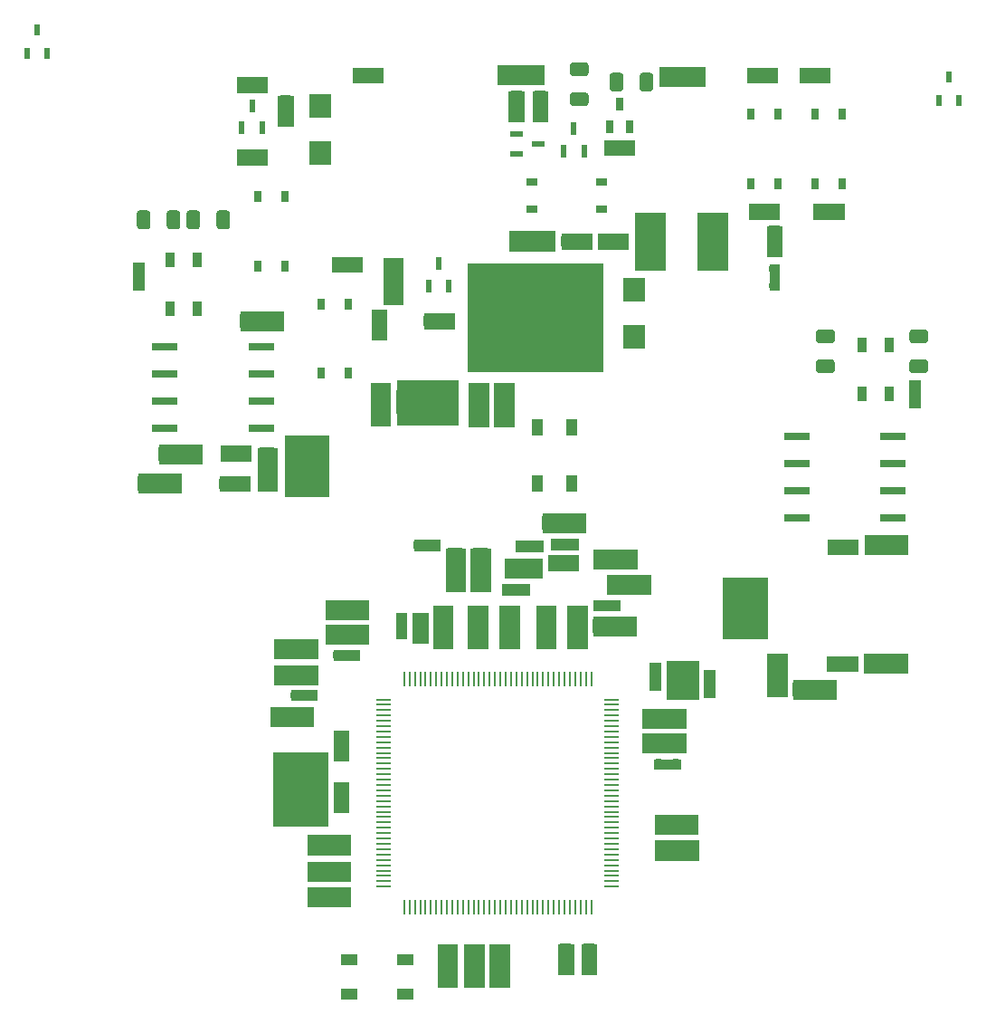
<source format=gtp>
G04 #@! TF.GenerationSoftware,KiCad,Pcbnew,(5.1.6-0-10_14)*
G04 #@! TF.CreationDate,2021-12-22T12:05:25+01:00*
G04 #@! TF.ProjectId,CHAdeMO_V2.0,43484164-654d-44f5-9f56-322e302e6b69,rev?*
G04 #@! TF.SameCoordinates,Original*
G04 #@! TF.FileFunction,Paste,Top*
G04 #@! TF.FilePolarity,Positive*
%FSLAX46Y46*%
G04 Gerber Fmt 4.6, Leading zero omitted, Abs format (unit mm)*
G04 Created by KiCad (PCBNEW (5.1.6-0-10_14)) date 2021-12-22 12:05:25*
%MOMM*%
%LPD*%
G01*
G04 APERTURE LIST*
%ADD10C,0.100000*%
%ADD11R,0.650000X1.525000*%
%ADD12R,1.000000X1.800000*%
%ADD13R,1.200000X1.400000*%
%ADD14R,1.900000X2.200000*%
%ADD15R,2.200000X1.900000*%
%ADD16R,0.900000X1.200000*%
%ADD17R,1.200000X0.900000*%
%ADD18R,4.050000X2.300000*%
%ADD19R,0.600000X1.050000*%
%ADD20R,0.650000X1.200000*%
%ADD21R,0.600000X1.300000*%
%ADD22R,1.300000X0.600000*%
%ADD23R,0.900000X1.350000*%
%ADD24R,2.900000X5.450000*%
%ADD25R,2.150000X2.200000*%
%ADD26R,0.800000X1.000000*%
%ADD27R,1.000000X0.800000*%
%ADD28R,1.550000X1.000000*%
%ADD29R,1.000000X1.550000*%
%ADD30R,0.280000X1.470000*%
%ADD31R,1.470000X0.280000*%
%ADD32R,2.350000X0.700000*%
G04 APERTURE END LIST*
D10*
G36*
X80464500Y-121899000D02*
G01*
X80464500Y-128799000D01*
X75364500Y-128799000D01*
X75364500Y-121899000D01*
X80464500Y-121899000D01*
G37*
X80464500Y-121899000D02*
X80464500Y-128799000D01*
X75364500Y-128799000D01*
X75364500Y-121899000D01*
X80464500Y-121899000D01*
G36*
X97081000Y-103773000D02*
G01*
X100531000Y-103773000D01*
X100531000Y-105548000D01*
X97081000Y-105548000D01*
X97081000Y-103773000D01*
G37*
X97081000Y-103773000D02*
X100531000Y-103773000D01*
X100531000Y-105548000D01*
X97081000Y-105548000D01*
X97081000Y-103773000D01*
G36*
X112227700Y-116938200D02*
G01*
X112227700Y-113338200D01*
X115127700Y-113338200D01*
X115127700Y-116938200D01*
X112227700Y-116938200D01*
G37*
X112227700Y-116938200D02*
X112227700Y-113338200D01*
X115127700Y-113338200D01*
X115127700Y-116938200D01*
X112227700Y-116938200D01*
G36*
X121575600Y-75491800D02*
G01*
X121575600Y-72691800D01*
X122975600Y-72691800D01*
X122975600Y-75491800D01*
X121575600Y-75491800D01*
G37*
X121575600Y-75491800D02*
X121575600Y-72691800D01*
X122975600Y-72691800D01*
X122975600Y-75491800D01*
X121575600Y-75491800D01*
G36*
X102359000Y-73404500D02*
G01*
X105159000Y-73404500D01*
X105159000Y-74804500D01*
X102359000Y-74804500D01*
X102359000Y-73404500D01*
G37*
X102359000Y-73404500D02*
X105159000Y-73404500D01*
X105159000Y-74804500D01*
X102359000Y-74804500D01*
X102359000Y-73404500D01*
G36*
X119933100Y-70648600D02*
G01*
X122733100Y-70648600D01*
X122733100Y-72048600D01*
X119933100Y-72048600D01*
X119933100Y-70648600D01*
G37*
X119933100Y-70648600D02*
X122733100Y-70648600D01*
X122733100Y-72048600D01*
X119933100Y-72048600D01*
X119933100Y-70648600D01*
G36*
X128755600Y-72048600D02*
G01*
X125955600Y-72048600D01*
X125955600Y-70648600D01*
X128755600Y-70648600D01*
X128755600Y-72048600D01*
G37*
X128755600Y-72048600D02*
X125955600Y-72048600D01*
X125955600Y-70648600D01*
X128755600Y-70648600D01*
X128755600Y-72048600D01*
G36*
X119758000Y-57872400D02*
G01*
X122558000Y-57872400D01*
X122558000Y-59272400D01*
X119758000Y-59272400D01*
X119758000Y-57872400D01*
G37*
X119758000Y-57872400D02*
X122558000Y-57872400D01*
X122558000Y-59272400D01*
X119758000Y-59272400D01*
X119758000Y-57872400D01*
G36*
X124660200Y-57872400D02*
G01*
X127460200Y-57872400D01*
X127460200Y-59272400D01*
X124660200Y-59272400D01*
X124660200Y-57872400D01*
G37*
X124660200Y-57872400D02*
X127460200Y-57872400D01*
X127460200Y-59272400D01*
X124660200Y-59272400D01*
X124660200Y-57872400D01*
G36*
X106359500Y-64641500D02*
G01*
X109159500Y-64641500D01*
X109159500Y-66041500D01*
X106359500Y-66041500D01*
X106359500Y-64641500D01*
G37*
X106359500Y-64641500D02*
X109159500Y-64641500D01*
X109159500Y-66041500D01*
X106359500Y-66041500D01*
X106359500Y-64641500D01*
G36*
X105788000Y-73404500D02*
G01*
X108588000Y-73404500D01*
X108588000Y-74804500D01*
X105788000Y-74804500D01*
X105788000Y-73404500D01*
G37*
X105788000Y-73404500D02*
X108588000Y-73404500D01*
X108588000Y-74804500D01*
X105788000Y-74804500D01*
X105788000Y-73404500D01*
G36*
X97420200Y-62868000D02*
G01*
X97420200Y-60068000D01*
X98820200Y-60068000D01*
X98820200Y-62868000D01*
X97420200Y-62868000D01*
G37*
X97420200Y-62868000D02*
X97420200Y-60068000D01*
X98820200Y-60068000D01*
X98820200Y-62868000D01*
X97420200Y-62868000D01*
G36*
X101030000Y-60068000D02*
G01*
X101030000Y-62868000D01*
X99630000Y-62868000D01*
X99630000Y-60068000D01*
X101030000Y-60068000D01*
G37*
X101030000Y-60068000D02*
X101030000Y-62868000D01*
X99630000Y-62868000D01*
X99630000Y-60068000D01*
X101030000Y-60068000D01*
G36*
X82851800Y-57897800D02*
G01*
X85651800Y-57897800D01*
X85651800Y-59297800D01*
X82851800Y-59297800D01*
X82851800Y-57897800D01*
G37*
X82851800Y-57897800D02*
X85651800Y-57897800D01*
X85651800Y-59297800D01*
X82851800Y-59297800D01*
X82851800Y-57897800D01*
G36*
X92281200Y-82259400D02*
G01*
X89481200Y-82259400D01*
X89481200Y-80859400D01*
X92281200Y-80859400D01*
X92281200Y-82259400D01*
G37*
X92281200Y-82259400D02*
X89481200Y-82259400D01*
X89481200Y-80859400D01*
X92281200Y-80859400D01*
X92281200Y-82259400D01*
G36*
X103443000Y-139824000D02*
G01*
X103443000Y-142624000D01*
X102043000Y-142624000D01*
X102043000Y-139824000D01*
X103443000Y-139824000D01*
G37*
X103443000Y-139824000D02*
X103443000Y-142624000D01*
X102043000Y-142624000D01*
X102043000Y-139824000D01*
X103443000Y-139824000D01*
G36*
X105627400Y-139824000D02*
G01*
X105627400Y-142624000D01*
X104227400Y-142624000D01*
X104227400Y-139824000D01*
X105627400Y-139824000D01*
G37*
X105627400Y-139824000D02*
X105627400Y-142624000D01*
X104227400Y-142624000D01*
X104227400Y-139824000D01*
X105627400Y-139824000D01*
G36*
X83696000Y-76976200D02*
G01*
X80896000Y-76976200D01*
X80896000Y-75576200D01*
X83696000Y-75576200D01*
X83696000Y-76976200D01*
G37*
X83696000Y-76976200D02*
X80896000Y-76976200D01*
X80896000Y-75576200D01*
X83696000Y-75576200D01*
X83696000Y-76976200D01*
G36*
X77230200Y-60512500D02*
G01*
X77230200Y-63312500D01*
X75830200Y-63312500D01*
X75830200Y-60512500D01*
X77230200Y-60512500D01*
G37*
X77230200Y-60512500D02*
X77230200Y-63312500D01*
X75830200Y-63312500D01*
X75830200Y-60512500D01*
X77230200Y-60512500D01*
G36*
X84567800Y-83340400D02*
G01*
X84567800Y-80540400D01*
X85967800Y-80540400D01*
X85967800Y-83340400D01*
X84567800Y-83340400D01*
G37*
X84567800Y-83340400D02*
X84567800Y-80540400D01*
X85967800Y-80540400D01*
X85967800Y-83340400D01*
X84567800Y-83340400D01*
G36*
X74780600Y-66943200D02*
G01*
X71980600Y-66943200D01*
X71980600Y-65543200D01*
X74780600Y-65543200D01*
X74780600Y-66943200D01*
G37*
X74780600Y-66943200D02*
X71980600Y-66943200D01*
X71980600Y-65543200D01*
X74780600Y-65543200D01*
X74780600Y-66943200D01*
G36*
X74803700Y-60186800D02*
G01*
X72003700Y-60186800D01*
X72003700Y-58786800D01*
X74803700Y-58786800D01*
X74803700Y-60186800D01*
G37*
X74803700Y-60186800D02*
X72003700Y-60186800D01*
X72003700Y-58786800D01*
X74803700Y-58786800D01*
X74803700Y-60186800D01*
G36*
X106635800Y-105335500D02*
G01*
X110635800Y-105335500D01*
X110635800Y-107135500D01*
X106635800Y-107135500D01*
X106635800Y-105335500D01*
G37*
X106635800Y-105335500D02*
X110635800Y-105335500D01*
X110635800Y-107135500D01*
X106635800Y-107135500D01*
X106635800Y-105335500D01*
G36*
X105365800Y-102960600D02*
G01*
X109365800Y-102960600D01*
X109365800Y-104760600D01*
X105365800Y-104760600D01*
X105365800Y-102960600D01*
G37*
X105365800Y-102960600D02*
X109365800Y-102960600D01*
X109365800Y-104760600D01*
X105365800Y-104760600D01*
X105365800Y-102960600D01*
G36*
X81024500Y-122685000D02*
G01*
X81024500Y-119885000D01*
X82424500Y-119885000D01*
X82424500Y-122685000D01*
X81024500Y-122685000D01*
G37*
X81024500Y-122685000D02*
X81024500Y-119885000D01*
X82424500Y-119885000D01*
X82424500Y-122685000D01*
X81024500Y-122685000D01*
G36*
X82424500Y-124711000D02*
G01*
X82424500Y-127511000D01*
X81024500Y-127511000D01*
X81024500Y-124711000D01*
X82424500Y-124711000D01*
G37*
X82424500Y-124711000D02*
X82424500Y-127511000D01*
X81024500Y-127511000D01*
X81024500Y-124711000D01*
X82424500Y-124711000D01*
G36*
X88538200Y-101989400D02*
G01*
X90938200Y-101989400D01*
X90938200Y-103039400D01*
X88538200Y-103039400D01*
X88538200Y-101989400D01*
G37*
X88538200Y-101989400D02*
X90938200Y-101989400D01*
X90938200Y-103039400D01*
X88538200Y-103039400D01*
X88538200Y-101989400D01*
G36*
X89815900Y-108881100D02*
G01*
X89815900Y-111681100D01*
X88415900Y-111681100D01*
X88415900Y-108881100D01*
X89815900Y-108881100D01*
G37*
X89815900Y-108881100D02*
X89815900Y-111681100D01*
X88415900Y-111681100D01*
X88415900Y-108881100D01*
X89815900Y-108881100D01*
G36*
X103939800Y-104890800D02*
G01*
X101139800Y-104890800D01*
X101139800Y-103490800D01*
X103939800Y-103490800D01*
X103939800Y-104890800D01*
G37*
X103939800Y-104890800D02*
X101139800Y-104890800D01*
X101139800Y-103490800D01*
X103939800Y-103490800D01*
X103939800Y-104890800D01*
G36*
X122725600Y-76270000D02*
G01*
X122725600Y-78670000D01*
X121825600Y-78670000D01*
X121825600Y-76270000D01*
X122725600Y-76270000D01*
G37*
X122725600Y-76270000D02*
X122725600Y-78670000D01*
X121825600Y-78670000D01*
X121825600Y-76270000D01*
X122725600Y-76270000D01*
G36*
X87787900Y-108881100D02*
G01*
X87787900Y-111281100D01*
X86887900Y-111281100D01*
X86887900Y-108881100D01*
X87787900Y-108881100D01*
G37*
X87787900Y-108881100D02*
X87787900Y-111281100D01*
X86887900Y-111281100D01*
X86887900Y-108881100D01*
X87787900Y-108881100D01*
G36*
X86939000Y-87129400D02*
G01*
X92639000Y-87129400D01*
X92639000Y-91229400D01*
X86939000Y-91229400D01*
X86939000Y-87129400D01*
G37*
X86939000Y-87129400D02*
X92639000Y-87129400D01*
X92639000Y-91229400D01*
X86939000Y-91229400D01*
X86939000Y-87129400D01*
G36*
X76461400Y-97973000D02*
G01*
X76461400Y-92273000D01*
X80561400Y-92273000D01*
X80561400Y-97973000D01*
X76461400Y-97973000D01*
G37*
X76461400Y-97973000D02*
X76461400Y-92273000D01*
X80561400Y-92273000D01*
X80561400Y-97973000D01*
X76461400Y-97973000D01*
G36*
X121557000Y-105582600D02*
G01*
X121557000Y-111282600D01*
X117457000Y-111282600D01*
X117457000Y-105582600D01*
X121557000Y-105582600D01*
G37*
X121557000Y-105582600D02*
X121557000Y-111282600D01*
X117457000Y-111282600D01*
X117457000Y-105582600D01*
X121557000Y-105582600D01*
G36*
X111042600Y-122562200D02*
G01*
X113442600Y-122562200D01*
X113442600Y-123462200D01*
X111042600Y-123462200D01*
X111042600Y-122562200D01*
G37*
X111042600Y-122562200D02*
X113442600Y-122562200D01*
X113442600Y-123462200D01*
X111042600Y-123462200D01*
X111042600Y-122562200D01*
G36*
X105378400Y-107703200D02*
G01*
X107778400Y-107703200D01*
X107778400Y-108603200D01*
X105378400Y-108603200D01*
X105378400Y-107703200D01*
G37*
X105378400Y-107703200D02*
X107778400Y-107703200D01*
X107778400Y-108603200D01*
X105378400Y-108603200D01*
X105378400Y-107703200D01*
G36*
X83407000Y-113289500D02*
G01*
X81007000Y-113289500D01*
X81007000Y-112389500D01*
X83407000Y-112389500D01*
X83407000Y-113289500D01*
G37*
X83407000Y-113289500D02*
X81007000Y-113289500D01*
X81007000Y-112389500D01*
X83407000Y-112389500D01*
X83407000Y-113289500D01*
G36*
X79444700Y-117010600D02*
G01*
X77044700Y-117010600D01*
X77044700Y-116110600D01*
X79444700Y-116110600D01*
X79444700Y-117010600D01*
G37*
X79444700Y-117010600D02*
X77044700Y-117010600D01*
X77044700Y-116110600D01*
X79444700Y-116110600D01*
X79444700Y-117010600D01*
G36*
X100652000Y-59447000D02*
G01*
X96402000Y-59447000D01*
X96402000Y-57647000D01*
X100652000Y-57647000D01*
X100652000Y-59447000D01*
G37*
X100652000Y-59447000D02*
X96402000Y-59447000D01*
X96402000Y-57647000D01*
X100652000Y-57647000D01*
X100652000Y-59447000D01*
G36*
X101718800Y-74979100D02*
G01*
X97468800Y-74979100D01*
X97468800Y-73179100D01*
X101718800Y-73179100D01*
X101718800Y-74979100D01*
G37*
X101718800Y-74979100D02*
X97468800Y-74979100D01*
X97468800Y-73179100D01*
X101718800Y-73179100D01*
X101718800Y-74979100D01*
G36*
X115765000Y-59599400D02*
G01*
X111515000Y-59599400D01*
X111515000Y-57799400D01*
X115765000Y-57799400D01*
X115765000Y-59599400D01*
G37*
X115765000Y-59599400D02*
X111515000Y-59599400D01*
X111515000Y-57799400D01*
X115765000Y-57799400D01*
X115765000Y-59599400D01*
G36*
X87463200Y-75725600D02*
G01*
X87463200Y-79975600D01*
X85663200Y-79975600D01*
X85663200Y-75725600D01*
X87463200Y-75725600D01*
G37*
X87463200Y-75725600D02*
X87463200Y-79975600D01*
X85663200Y-79975600D01*
X85663200Y-75725600D01*
X87463200Y-75725600D01*
G36*
X86320200Y-87382600D02*
G01*
X86320200Y-91382600D01*
X84520200Y-91382600D01*
X84520200Y-87382600D01*
X86320200Y-87382600D01*
G37*
X86320200Y-87382600D02*
X86320200Y-91382600D01*
X84520200Y-91382600D01*
X84520200Y-87382600D01*
X86320200Y-87382600D01*
G36*
X97858200Y-87406000D02*
G01*
X97858200Y-91406000D01*
X96058200Y-91406000D01*
X96058200Y-87406000D01*
X97858200Y-87406000D01*
G37*
X97858200Y-87406000D02*
X97858200Y-91406000D01*
X96058200Y-91406000D01*
X96058200Y-87406000D01*
X97858200Y-87406000D01*
G36*
X95489600Y-87406000D02*
G01*
X95489600Y-91406000D01*
X93689600Y-91406000D01*
X93689600Y-87406000D01*
X95489600Y-87406000D01*
G37*
X95489600Y-87406000D02*
X95489600Y-91406000D01*
X93689600Y-91406000D01*
X93689600Y-87406000D01*
X95489600Y-87406000D01*
G36*
X106148200Y-76153800D02*
G01*
X106148200Y-86303800D01*
X93598200Y-86303800D01*
X93598200Y-76153800D01*
X106148200Y-76153800D01*
G37*
X106148200Y-76153800D02*
X106148200Y-86303800D01*
X93598200Y-86303800D01*
X93598200Y-76153800D01*
X106148200Y-76153800D01*
G36*
X66719200Y-97648600D02*
G01*
X62719200Y-97648600D01*
X62719200Y-95848600D01*
X66719200Y-95848600D01*
X66719200Y-97648600D01*
G37*
X66719200Y-97648600D02*
X62719200Y-97648600D01*
X62719200Y-95848600D01*
X66719200Y-95848600D01*
X66719200Y-97648600D01*
G36*
X130753100Y-101589000D02*
G01*
X134753100Y-101589000D01*
X134753100Y-103389000D01*
X130753100Y-103389000D01*
X130753100Y-101589000D01*
G37*
X130753100Y-101589000D02*
X134753100Y-101589000D01*
X134753100Y-103389000D01*
X130753100Y-103389000D01*
X130753100Y-101589000D01*
G36*
X70456600Y-93229200D02*
G01*
X73256600Y-93229200D01*
X73256600Y-94629200D01*
X70456600Y-94629200D01*
X70456600Y-93229200D01*
G37*
X70456600Y-93229200D02*
X73256600Y-93229200D01*
X73256600Y-94629200D01*
X70456600Y-94629200D01*
X70456600Y-93229200D01*
G36*
X130089100Y-103379500D02*
G01*
X127289100Y-103379500D01*
X127289100Y-101979500D01*
X130089100Y-101979500D01*
X130089100Y-103379500D01*
G37*
X130089100Y-103379500D02*
X127289100Y-103379500D01*
X127289100Y-101979500D01*
X130089100Y-101979500D01*
X130089100Y-103379500D01*
G36*
X73155000Y-97474000D02*
G01*
X70355000Y-97474000D01*
X70355000Y-96074000D01*
X73155000Y-96074000D01*
X73155000Y-97474000D01*
G37*
X73155000Y-97474000D02*
X70355000Y-97474000D01*
X70355000Y-96074000D01*
X73155000Y-96074000D01*
X73155000Y-97474000D01*
G36*
X127225600Y-112901500D02*
G01*
X130025600Y-112901500D01*
X130025600Y-114301500D01*
X127225600Y-114301500D01*
X127225600Y-112901500D01*
G37*
X127225600Y-112901500D02*
X130025600Y-112901500D01*
X130025600Y-114301500D01*
X127225600Y-114301500D01*
X127225600Y-112901500D01*
G36*
X72295000Y-80684800D02*
G01*
X76295000Y-80684800D01*
X76295000Y-82484800D01*
X72295000Y-82484800D01*
X72295000Y-80684800D01*
G37*
X72295000Y-80684800D02*
X76295000Y-80684800D01*
X76295000Y-82484800D01*
X72295000Y-82484800D01*
X72295000Y-80684800D01*
G36*
X123429600Y-112681000D02*
G01*
X123429600Y-116681000D01*
X121629600Y-116681000D01*
X121629600Y-112681000D01*
X123429600Y-112681000D01*
G37*
X123429600Y-112681000D02*
X123429600Y-116681000D01*
X121629600Y-116681000D01*
X121629600Y-112681000D01*
X123429600Y-112681000D01*
G36*
X64675000Y-93130800D02*
G01*
X68675000Y-93130800D01*
X68675000Y-94930800D01*
X64675000Y-94930800D01*
X64675000Y-93130800D01*
G37*
X64675000Y-93130800D02*
X68675000Y-93130800D01*
X68675000Y-94930800D01*
X64675000Y-94930800D01*
X64675000Y-93130800D01*
G36*
X134689600Y-114501500D02*
G01*
X130689600Y-114501500D01*
X130689600Y-112701500D01*
X134689600Y-112701500D01*
X134689600Y-114501500D01*
G37*
X134689600Y-114501500D02*
X130689600Y-114501500D01*
X130689600Y-112701500D01*
X134689600Y-112701500D01*
X134689600Y-114501500D01*
G36*
X73903000Y-97427800D02*
G01*
X73903000Y-93427800D01*
X75703000Y-93427800D01*
X75703000Y-97427800D01*
X73903000Y-97427800D01*
G37*
X73903000Y-97427800D02*
X73903000Y-93427800D01*
X75703000Y-93427800D01*
X75703000Y-97427800D01*
X73903000Y-97427800D01*
G36*
X128022100Y-116914500D02*
G01*
X124022100Y-116914500D01*
X124022100Y-115114500D01*
X128022100Y-115114500D01*
X128022100Y-116914500D01*
G37*
X128022100Y-116914500D02*
X124022100Y-116914500D01*
X124022100Y-115114500D01*
X128022100Y-115114500D01*
X128022100Y-116914500D01*
G36*
X113937800Y-121956400D02*
G01*
X109937800Y-121956400D01*
X109937800Y-120156400D01*
X113937800Y-120156400D01*
X113937800Y-121956400D01*
G37*
X113937800Y-121956400D02*
X109937800Y-121956400D01*
X109937800Y-120156400D01*
X113937800Y-120156400D01*
X113937800Y-121956400D01*
G36*
X113937800Y-119645000D02*
G01*
X109937800Y-119645000D01*
X109937800Y-117845000D01*
X113937800Y-117845000D01*
X113937800Y-119645000D01*
G37*
X113937800Y-119645000D02*
X109937800Y-119645000D01*
X109937800Y-117845000D01*
X113937800Y-117845000D01*
X113937800Y-119645000D01*
G36*
X104565200Y-101357000D02*
G01*
X100565200Y-101357000D01*
X100565200Y-99557000D01*
X104565200Y-99557000D01*
X104565200Y-101357000D01*
G37*
X104565200Y-101357000D02*
X100565200Y-101357000D01*
X100565200Y-99557000D01*
X104565200Y-99557000D01*
X104565200Y-101357000D01*
G36*
X80296000Y-107659600D02*
G01*
X84296000Y-107659600D01*
X84296000Y-109459600D01*
X80296000Y-109459600D01*
X80296000Y-107659600D01*
G37*
X80296000Y-107659600D02*
X84296000Y-107659600D01*
X84296000Y-109459600D01*
X80296000Y-109459600D01*
X80296000Y-107659600D01*
G36*
X80296000Y-109971000D02*
G01*
X84296000Y-109971000D01*
X84296000Y-111771000D01*
X80296000Y-111771000D01*
X80296000Y-109971000D01*
G37*
X80296000Y-109971000D02*
X84296000Y-109971000D01*
X84296000Y-111771000D01*
X80296000Y-111771000D01*
X80296000Y-109971000D01*
G36*
X109315000Y-111009000D02*
G01*
X105315000Y-111009000D01*
X105315000Y-109209000D01*
X109315000Y-109209000D01*
X109315000Y-111009000D01*
G37*
X109315000Y-111009000D02*
X105315000Y-111009000D01*
X105315000Y-109209000D01*
X109315000Y-109209000D01*
X109315000Y-111009000D01*
G36*
X104709800Y-108185200D02*
G01*
X104709800Y-112185200D01*
X102909800Y-112185200D01*
X102909800Y-108185200D01*
X104709800Y-108185200D01*
G37*
X104709800Y-108185200D02*
X104709800Y-112185200D01*
X102909800Y-112185200D01*
X102909800Y-108185200D01*
X104709800Y-108185200D01*
G36*
X78581500Y-129656000D02*
G01*
X82581500Y-129656000D01*
X82581500Y-131456000D01*
X78581500Y-131456000D01*
X78581500Y-129656000D01*
G37*
X78581500Y-129656000D02*
X82581500Y-129656000D01*
X82581500Y-131456000D01*
X78581500Y-131456000D01*
X78581500Y-129656000D01*
G36*
X95400700Y-108197900D02*
G01*
X95400700Y-112197900D01*
X93600700Y-112197900D01*
X93600700Y-108197900D01*
X95400700Y-108197900D01*
G37*
X95400700Y-108197900D02*
X95400700Y-112197900D01*
X93600700Y-112197900D01*
X93600700Y-108197900D01*
X95400700Y-108197900D01*
G36*
X101801500Y-108185200D02*
G01*
X101801500Y-112185200D01*
X100001500Y-112185200D01*
X100001500Y-108185200D01*
X101801500Y-108185200D01*
G37*
X101801500Y-108185200D02*
X101801500Y-112185200D01*
X100001500Y-112185200D01*
X100001500Y-108185200D01*
X101801500Y-108185200D01*
G36*
X98372500Y-108185200D02*
G01*
X98372500Y-112185200D01*
X96572500Y-112185200D01*
X96572500Y-108185200D01*
X98372500Y-108185200D01*
G37*
X98372500Y-108185200D02*
X98372500Y-112185200D01*
X96572500Y-112185200D01*
X96572500Y-108185200D01*
X98372500Y-108185200D01*
G36*
X75482700Y-113755600D02*
G01*
X79482700Y-113755600D01*
X79482700Y-115555600D01*
X75482700Y-115555600D01*
X75482700Y-113755600D01*
G37*
X75482700Y-113755600D02*
X79482700Y-113755600D01*
X79482700Y-115555600D01*
X75482700Y-115555600D01*
X75482700Y-113755600D01*
G36*
X115131600Y-131964000D02*
G01*
X111131600Y-131964000D01*
X111131600Y-130164000D01*
X115131600Y-130164000D01*
X115131600Y-131964000D01*
G37*
X115131600Y-131964000D02*
X111131600Y-131964000D01*
X111131600Y-130164000D01*
X115131600Y-130164000D01*
X115131600Y-131964000D01*
G36*
X92162200Y-108197900D02*
G01*
X92162200Y-112197900D01*
X90362200Y-112197900D01*
X90362200Y-108197900D01*
X92162200Y-108197900D01*
G37*
X92162200Y-108197900D02*
X92162200Y-112197900D01*
X90362200Y-112197900D01*
X90362200Y-108197900D01*
X92162200Y-108197900D01*
G36*
X93270500Y-143859000D02*
G01*
X93270500Y-139859000D01*
X95070500Y-139859000D01*
X95070500Y-143859000D01*
X93270500Y-143859000D01*
G37*
X93270500Y-143859000D02*
X93270500Y-139859000D01*
X95070500Y-139859000D01*
X95070500Y-143859000D01*
X93270500Y-143859000D01*
G36*
X115106200Y-129551000D02*
G01*
X111106200Y-129551000D01*
X111106200Y-127751000D01*
X115106200Y-127751000D01*
X115106200Y-129551000D01*
G37*
X115106200Y-129551000D02*
X111106200Y-129551000D01*
X111106200Y-127751000D01*
X115106200Y-127751000D01*
X115106200Y-129551000D01*
G36*
X101396800Y-101904800D02*
G01*
X103936800Y-101904800D01*
X103936800Y-102920800D01*
X101396800Y-102920800D01*
X101396800Y-101904800D01*
G37*
X101396800Y-101904800D02*
X103936800Y-101904800D01*
X103936800Y-102920800D01*
X101396800Y-102920800D01*
X101396800Y-101904800D01*
G36*
X75101700Y-117692600D02*
G01*
X79101700Y-117692600D01*
X79101700Y-119492600D01*
X75101700Y-119492600D01*
X75101700Y-117692600D01*
G37*
X75101700Y-117692600D02*
X79101700Y-117692600D01*
X79101700Y-119492600D01*
X75101700Y-119492600D01*
X75101700Y-117692600D01*
G36*
X75482700Y-111342600D02*
G01*
X79482700Y-111342600D01*
X79482700Y-113142600D01*
X75482700Y-113142600D01*
X75482700Y-111342600D01*
G37*
X75482700Y-111342600D02*
X79482700Y-111342600D01*
X79482700Y-113142600D01*
X75482700Y-113142600D01*
X75482700Y-111342600D01*
G36*
X95654700Y-102825800D02*
G01*
X95654700Y-106825800D01*
X93854700Y-106825800D01*
X93854700Y-102825800D01*
X95654700Y-102825800D01*
G37*
X95654700Y-102825800D02*
X95654700Y-106825800D01*
X93854700Y-106825800D01*
X93854700Y-102825800D01*
X95654700Y-102825800D01*
G36*
X95632700Y-143859000D02*
G01*
X95632700Y-139859000D01*
X97432700Y-139859000D01*
X97432700Y-143859000D01*
X95632700Y-143859000D01*
G37*
X95632700Y-143859000D02*
X95632700Y-139859000D01*
X97432700Y-139859000D01*
X97432700Y-143859000D01*
X95632700Y-143859000D01*
G36*
X93305200Y-102825800D02*
G01*
X93305200Y-106825800D01*
X91505200Y-106825800D01*
X91505200Y-102825800D01*
X93305200Y-102825800D01*
G37*
X93305200Y-102825800D02*
X93305200Y-106825800D01*
X91505200Y-106825800D01*
X91505200Y-102825800D01*
X93305200Y-102825800D01*
G36*
X78581500Y-132132500D02*
G01*
X82581500Y-132132500D01*
X82581500Y-133932500D01*
X78581500Y-133932500D01*
X78581500Y-132132500D01*
G37*
X78581500Y-132132500D02*
X82581500Y-132132500D01*
X82581500Y-133932500D01*
X78581500Y-133932500D01*
X78581500Y-132132500D01*
G36*
X90768600Y-143859000D02*
G01*
X90768600Y-139859000D01*
X92568600Y-139859000D01*
X92568600Y-143859000D01*
X90768600Y-143859000D01*
G37*
X90768600Y-143859000D02*
X90768600Y-139859000D01*
X92568600Y-139859000D01*
X92568600Y-143859000D01*
X90768600Y-143859000D01*
G36*
X99339400Y-107175300D02*
G01*
X96799400Y-107175300D01*
X96799400Y-106159300D01*
X99339400Y-106159300D01*
X99339400Y-107175300D01*
G37*
X99339400Y-107175300D02*
X96799400Y-107175300D01*
X96799400Y-106159300D01*
X99339400Y-106159300D01*
X99339400Y-107175300D01*
G36*
X98044000Y-102108000D02*
G01*
X100584000Y-102108000D01*
X100584000Y-103124000D01*
X98044000Y-103124000D01*
X98044000Y-102108000D01*
G37*
X98044000Y-102108000D02*
X100584000Y-102108000D01*
X100584000Y-103124000D01*
X98044000Y-103124000D01*
X98044000Y-102108000D01*
G36*
X116725700Y-114173000D02*
G01*
X116725700Y-116713000D01*
X115709700Y-116713000D01*
X115709700Y-114173000D01*
X116725700Y-114173000D01*
G37*
X116725700Y-114173000D02*
X116725700Y-116713000D01*
X115709700Y-116713000D01*
X115709700Y-114173000D01*
X116725700Y-114173000D01*
G36*
X110629700Y-116078000D02*
G01*
X110629700Y-113538000D01*
X111645700Y-113538000D01*
X111645700Y-116078000D01*
X110629700Y-116078000D01*
G37*
X110629700Y-116078000D02*
X110629700Y-113538000D01*
X111645700Y-113538000D01*
X111645700Y-116078000D01*
X110629700Y-116078000D01*
G36*
X78594200Y-134532800D02*
G01*
X82594200Y-134532800D01*
X82594200Y-136332800D01*
X78594200Y-136332800D01*
X78594200Y-134532800D01*
G37*
X78594200Y-134532800D02*
X82594200Y-134532800D01*
X82594200Y-136332800D01*
X78594200Y-136332800D01*
X78594200Y-134532800D01*
G36*
X134890400Y-89662000D02*
G01*
X134890400Y-87122000D01*
X135906400Y-87122000D01*
X135906400Y-89662000D01*
X134890400Y-89662000D01*
G37*
X134890400Y-89662000D02*
X134890400Y-87122000D01*
X135906400Y-87122000D01*
X135906400Y-89662000D01*
X134890400Y-89662000D01*
G36*
X62204600Y-78638400D02*
G01*
X62204600Y-76098400D01*
X63220600Y-76098400D01*
X63220600Y-78638400D01*
X62204600Y-78638400D01*
G37*
X62204600Y-78638400D02*
X62204600Y-76098400D01*
X63220600Y-76098400D01*
X63220600Y-78638400D01*
X62204600Y-78638400D01*
D11*
X76009500Y-122637000D03*
X77279500Y-122637000D03*
X78549500Y-122637000D03*
X79819500Y-122637000D03*
X79819500Y-128061000D03*
X78549500Y-128061000D03*
X77279500Y-128061000D03*
X76009500Y-128061000D03*
D12*
X100056000Y-104648000D03*
X97556000Y-104648000D03*
D13*
X114527700Y-114038200D03*
X114527700Y-116238200D03*
X112827700Y-116238200D03*
X112827700Y-114038200D03*
G36*
G01*
X121819350Y-74541800D02*
X122731850Y-74541800D01*
G75*
G02*
X122975600Y-74785550I0J-243750D01*
G01*
X122975600Y-75273050D01*
G75*
G02*
X122731850Y-75516800I-243750J0D01*
G01*
X121819350Y-75516800D01*
G75*
G02*
X121575600Y-75273050I0J243750D01*
G01*
X121575600Y-74785550D01*
G75*
G02*
X121819350Y-74541800I243750J0D01*
G01*
G37*
G36*
G01*
X121819350Y-72666800D02*
X122731850Y-72666800D01*
G75*
G02*
X122975600Y-72910550I0J-243750D01*
G01*
X122975600Y-73398050D01*
G75*
G02*
X122731850Y-73641800I-243750J0D01*
G01*
X121819350Y-73641800D01*
G75*
G02*
X121575600Y-73398050I0J243750D01*
G01*
X121575600Y-72910550D01*
G75*
G02*
X121819350Y-72666800I243750J0D01*
G01*
G37*
G36*
G01*
X103309000Y-73648250D02*
X103309000Y-74560750D01*
G75*
G02*
X103065250Y-74804500I-243750J0D01*
G01*
X102577750Y-74804500D01*
G75*
G02*
X102334000Y-74560750I0J243750D01*
G01*
X102334000Y-73648250D01*
G75*
G02*
X102577750Y-73404500I243750J0D01*
G01*
X103065250Y-73404500D01*
G75*
G02*
X103309000Y-73648250I0J-243750D01*
G01*
G37*
G36*
G01*
X105184000Y-73648250D02*
X105184000Y-74560750D01*
G75*
G02*
X104940250Y-74804500I-243750J0D01*
G01*
X104452750Y-74804500D01*
G75*
G02*
X104209000Y-74560750I0J243750D01*
G01*
X104209000Y-73648250D01*
G75*
G02*
X104452750Y-73404500I243750J0D01*
G01*
X104940250Y-73404500D01*
G75*
G02*
X105184000Y-73648250I0J-243750D01*
G01*
G37*
G36*
G01*
X120883100Y-70892350D02*
X120883100Y-71804850D01*
G75*
G02*
X120639350Y-72048600I-243750J0D01*
G01*
X120151850Y-72048600D01*
G75*
G02*
X119908100Y-71804850I0J243750D01*
G01*
X119908100Y-70892350D01*
G75*
G02*
X120151850Y-70648600I243750J0D01*
G01*
X120639350Y-70648600D01*
G75*
G02*
X120883100Y-70892350I0J-243750D01*
G01*
G37*
G36*
G01*
X122758100Y-70892350D02*
X122758100Y-71804850D01*
G75*
G02*
X122514350Y-72048600I-243750J0D01*
G01*
X122026850Y-72048600D01*
G75*
G02*
X121783100Y-71804850I0J243750D01*
G01*
X121783100Y-70892350D01*
G75*
G02*
X122026850Y-70648600I243750J0D01*
G01*
X122514350Y-70648600D01*
G75*
G02*
X122758100Y-70892350I0J-243750D01*
G01*
G37*
G36*
G01*
X127805600Y-71804850D02*
X127805600Y-70892350D01*
G75*
G02*
X128049350Y-70648600I243750J0D01*
G01*
X128536850Y-70648600D01*
G75*
G02*
X128780600Y-70892350I0J-243750D01*
G01*
X128780600Y-71804850D01*
G75*
G02*
X128536850Y-72048600I-243750J0D01*
G01*
X128049350Y-72048600D01*
G75*
G02*
X127805600Y-71804850I0J243750D01*
G01*
G37*
G36*
G01*
X125930600Y-71804850D02*
X125930600Y-70892350D01*
G75*
G02*
X126174350Y-70648600I243750J0D01*
G01*
X126661850Y-70648600D01*
G75*
G02*
X126905600Y-70892350I0J-243750D01*
G01*
X126905600Y-71804850D01*
G75*
G02*
X126661850Y-72048600I-243750J0D01*
G01*
X126174350Y-72048600D01*
G75*
G02*
X125930600Y-71804850I0J243750D01*
G01*
G37*
G36*
G01*
X120708000Y-58116150D02*
X120708000Y-59028650D01*
G75*
G02*
X120464250Y-59272400I-243750J0D01*
G01*
X119976750Y-59272400D01*
G75*
G02*
X119733000Y-59028650I0J243750D01*
G01*
X119733000Y-58116150D01*
G75*
G02*
X119976750Y-57872400I243750J0D01*
G01*
X120464250Y-57872400D01*
G75*
G02*
X120708000Y-58116150I0J-243750D01*
G01*
G37*
G36*
G01*
X122583000Y-58116150D02*
X122583000Y-59028650D01*
G75*
G02*
X122339250Y-59272400I-243750J0D01*
G01*
X121851750Y-59272400D01*
G75*
G02*
X121608000Y-59028650I0J243750D01*
G01*
X121608000Y-58116150D01*
G75*
G02*
X121851750Y-57872400I243750J0D01*
G01*
X122339250Y-57872400D01*
G75*
G02*
X122583000Y-58116150I0J-243750D01*
G01*
G37*
G36*
G01*
X125610200Y-58116150D02*
X125610200Y-59028650D01*
G75*
G02*
X125366450Y-59272400I-243750J0D01*
G01*
X124878950Y-59272400D01*
G75*
G02*
X124635200Y-59028650I0J243750D01*
G01*
X124635200Y-58116150D01*
G75*
G02*
X124878950Y-57872400I243750J0D01*
G01*
X125366450Y-57872400D01*
G75*
G02*
X125610200Y-58116150I0J-243750D01*
G01*
G37*
G36*
G01*
X127485200Y-58116150D02*
X127485200Y-59028650D01*
G75*
G02*
X127241450Y-59272400I-243750J0D01*
G01*
X126753950Y-59272400D01*
G75*
G02*
X126510200Y-59028650I0J243750D01*
G01*
X126510200Y-58116150D01*
G75*
G02*
X126753950Y-57872400I243750J0D01*
G01*
X127241450Y-57872400D01*
G75*
G02*
X127485200Y-58116150I0J-243750D01*
G01*
G37*
G36*
G01*
X107309500Y-64885250D02*
X107309500Y-65797750D01*
G75*
G02*
X107065750Y-66041500I-243750J0D01*
G01*
X106578250Y-66041500D01*
G75*
G02*
X106334500Y-65797750I0J243750D01*
G01*
X106334500Y-64885250D01*
G75*
G02*
X106578250Y-64641500I243750J0D01*
G01*
X107065750Y-64641500D01*
G75*
G02*
X107309500Y-64885250I0J-243750D01*
G01*
G37*
G36*
G01*
X109184500Y-64885250D02*
X109184500Y-65797750D01*
G75*
G02*
X108940750Y-66041500I-243750J0D01*
G01*
X108453250Y-66041500D01*
G75*
G02*
X108209500Y-65797750I0J243750D01*
G01*
X108209500Y-64885250D01*
G75*
G02*
X108453250Y-64641500I243750J0D01*
G01*
X108940750Y-64641500D01*
G75*
G02*
X109184500Y-64885250I0J-243750D01*
G01*
G37*
G36*
G01*
X106738000Y-73648250D02*
X106738000Y-74560750D01*
G75*
G02*
X106494250Y-74804500I-243750J0D01*
G01*
X106006750Y-74804500D01*
G75*
G02*
X105763000Y-74560750I0J243750D01*
G01*
X105763000Y-73648250D01*
G75*
G02*
X106006750Y-73404500I243750J0D01*
G01*
X106494250Y-73404500D01*
G75*
G02*
X106738000Y-73648250I0J-243750D01*
G01*
G37*
G36*
G01*
X108613000Y-73648250D02*
X108613000Y-74560750D01*
G75*
G02*
X108369250Y-74804500I-243750J0D01*
G01*
X107881750Y-74804500D01*
G75*
G02*
X107638000Y-74560750I0J243750D01*
G01*
X107638000Y-73648250D01*
G75*
G02*
X107881750Y-73404500I243750J0D01*
G01*
X108369250Y-73404500D01*
G75*
G02*
X108613000Y-73648250I0J-243750D01*
G01*
G37*
G36*
G01*
X97663950Y-61918000D02*
X98576450Y-61918000D01*
G75*
G02*
X98820200Y-62161750I0J-243750D01*
G01*
X98820200Y-62649250D01*
G75*
G02*
X98576450Y-62893000I-243750J0D01*
G01*
X97663950Y-62893000D01*
G75*
G02*
X97420200Y-62649250I0J243750D01*
G01*
X97420200Y-62161750D01*
G75*
G02*
X97663950Y-61918000I243750J0D01*
G01*
G37*
G36*
G01*
X97663950Y-60043000D02*
X98576450Y-60043000D01*
G75*
G02*
X98820200Y-60286750I0J-243750D01*
G01*
X98820200Y-60774250D01*
G75*
G02*
X98576450Y-61018000I-243750J0D01*
G01*
X97663950Y-61018000D01*
G75*
G02*
X97420200Y-60774250I0J243750D01*
G01*
X97420200Y-60286750D01*
G75*
G02*
X97663950Y-60043000I243750J0D01*
G01*
G37*
G36*
G01*
X100786250Y-61018000D02*
X99873750Y-61018000D01*
G75*
G02*
X99630000Y-60774250I0J243750D01*
G01*
X99630000Y-60286750D01*
G75*
G02*
X99873750Y-60043000I243750J0D01*
G01*
X100786250Y-60043000D01*
G75*
G02*
X101030000Y-60286750I0J-243750D01*
G01*
X101030000Y-60774250D01*
G75*
G02*
X100786250Y-61018000I-243750J0D01*
G01*
G37*
G36*
G01*
X100786250Y-62893000D02*
X99873750Y-62893000D01*
G75*
G02*
X99630000Y-62649250I0J243750D01*
G01*
X99630000Y-62161750D01*
G75*
G02*
X99873750Y-61918000I243750J0D01*
G01*
X100786250Y-61918000D01*
G75*
G02*
X101030000Y-62161750I0J-243750D01*
G01*
X101030000Y-62649250D01*
G75*
G02*
X100786250Y-62893000I-243750J0D01*
G01*
G37*
G36*
G01*
X83801800Y-58141550D02*
X83801800Y-59054050D01*
G75*
G02*
X83558050Y-59297800I-243750J0D01*
G01*
X83070550Y-59297800D01*
G75*
G02*
X82826800Y-59054050I0J243750D01*
G01*
X82826800Y-58141550D01*
G75*
G02*
X83070550Y-57897800I243750J0D01*
G01*
X83558050Y-57897800D01*
G75*
G02*
X83801800Y-58141550I0J-243750D01*
G01*
G37*
G36*
G01*
X85676800Y-58141550D02*
X85676800Y-59054050D01*
G75*
G02*
X85433050Y-59297800I-243750J0D01*
G01*
X84945550Y-59297800D01*
G75*
G02*
X84701800Y-59054050I0J243750D01*
G01*
X84701800Y-58141550D01*
G75*
G02*
X84945550Y-57897800I243750J0D01*
G01*
X85433050Y-57897800D01*
G75*
G02*
X85676800Y-58141550I0J-243750D01*
G01*
G37*
G36*
G01*
X91331200Y-82015650D02*
X91331200Y-81103150D01*
G75*
G02*
X91574950Y-80859400I243750J0D01*
G01*
X92062450Y-80859400D01*
G75*
G02*
X92306200Y-81103150I0J-243750D01*
G01*
X92306200Y-82015650D01*
G75*
G02*
X92062450Y-82259400I-243750J0D01*
G01*
X91574950Y-82259400D01*
G75*
G02*
X91331200Y-82015650I0J243750D01*
G01*
G37*
G36*
G01*
X89456200Y-82015650D02*
X89456200Y-81103150D01*
G75*
G02*
X89699950Y-80859400I243750J0D01*
G01*
X90187450Y-80859400D01*
G75*
G02*
X90431200Y-81103150I0J-243750D01*
G01*
X90431200Y-82015650D01*
G75*
G02*
X90187450Y-82259400I-243750J0D01*
G01*
X89699950Y-82259400D01*
G75*
G02*
X89456200Y-82015650I0J243750D01*
G01*
G37*
G36*
G01*
X103199250Y-140774000D02*
X102286750Y-140774000D01*
G75*
G02*
X102043000Y-140530250I0J243750D01*
G01*
X102043000Y-140042750D01*
G75*
G02*
X102286750Y-139799000I243750J0D01*
G01*
X103199250Y-139799000D01*
G75*
G02*
X103443000Y-140042750I0J-243750D01*
G01*
X103443000Y-140530250D01*
G75*
G02*
X103199250Y-140774000I-243750J0D01*
G01*
G37*
G36*
G01*
X103199250Y-142649000D02*
X102286750Y-142649000D01*
G75*
G02*
X102043000Y-142405250I0J243750D01*
G01*
X102043000Y-141917750D01*
G75*
G02*
X102286750Y-141674000I243750J0D01*
G01*
X103199250Y-141674000D01*
G75*
G02*
X103443000Y-141917750I0J-243750D01*
G01*
X103443000Y-142405250D01*
G75*
G02*
X103199250Y-142649000I-243750J0D01*
G01*
G37*
G36*
G01*
X105383650Y-140774000D02*
X104471150Y-140774000D01*
G75*
G02*
X104227400Y-140530250I0J243750D01*
G01*
X104227400Y-140042750D01*
G75*
G02*
X104471150Y-139799000I243750J0D01*
G01*
X105383650Y-139799000D01*
G75*
G02*
X105627400Y-140042750I0J-243750D01*
G01*
X105627400Y-140530250D01*
G75*
G02*
X105383650Y-140774000I-243750J0D01*
G01*
G37*
G36*
G01*
X105383650Y-142649000D02*
X104471150Y-142649000D01*
G75*
G02*
X104227400Y-142405250I0J243750D01*
G01*
X104227400Y-141917750D01*
G75*
G02*
X104471150Y-141674000I243750J0D01*
G01*
X105383650Y-141674000D01*
G75*
G02*
X105627400Y-141917750I0J-243750D01*
G01*
X105627400Y-142405250D01*
G75*
G02*
X105383650Y-142649000I-243750J0D01*
G01*
G37*
G36*
G01*
X82746000Y-76732450D02*
X82746000Y-75819950D01*
G75*
G02*
X82989750Y-75576200I243750J0D01*
G01*
X83477250Y-75576200D01*
G75*
G02*
X83721000Y-75819950I0J-243750D01*
G01*
X83721000Y-76732450D01*
G75*
G02*
X83477250Y-76976200I-243750J0D01*
G01*
X82989750Y-76976200D01*
G75*
G02*
X82746000Y-76732450I0J243750D01*
G01*
G37*
G36*
G01*
X80871000Y-76732450D02*
X80871000Y-75819950D01*
G75*
G02*
X81114750Y-75576200I243750J0D01*
G01*
X81602250Y-75576200D01*
G75*
G02*
X81846000Y-75819950I0J-243750D01*
G01*
X81846000Y-76732450D01*
G75*
G02*
X81602250Y-76976200I-243750J0D01*
G01*
X81114750Y-76976200D01*
G75*
G02*
X80871000Y-76732450I0J243750D01*
G01*
G37*
G36*
G01*
X76986450Y-61462500D02*
X76073950Y-61462500D01*
G75*
G02*
X75830200Y-61218750I0J243750D01*
G01*
X75830200Y-60731250D01*
G75*
G02*
X76073950Y-60487500I243750J0D01*
G01*
X76986450Y-60487500D01*
G75*
G02*
X77230200Y-60731250I0J-243750D01*
G01*
X77230200Y-61218750D01*
G75*
G02*
X76986450Y-61462500I-243750J0D01*
G01*
G37*
G36*
G01*
X76986450Y-63337500D02*
X76073950Y-63337500D01*
G75*
G02*
X75830200Y-63093750I0J243750D01*
G01*
X75830200Y-62606250D01*
G75*
G02*
X76073950Y-62362500I243750J0D01*
G01*
X76986450Y-62362500D01*
G75*
G02*
X77230200Y-62606250I0J-243750D01*
G01*
X77230200Y-63093750D01*
G75*
G02*
X76986450Y-63337500I-243750J0D01*
G01*
G37*
G36*
G01*
X84811550Y-82390400D02*
X85724050Y-82390400D01*
G75*
G02*
X85967800Y-82634150I0J-243750D01*
G01*
X85967800Y-83121650D01*
G75*
G02*
X85724050Y-83365400I-243750J0D01*
G01*
X84811550Y-83365400D01*
G75*
G02*
X84567800Y-83121650I0J243750D01*
G01*
X84567800Y-82634150D01*
G75*
G02*
X84811550Y-82390400I243750J0D01*
G01*
G37*
G36*
G01*
X84811550Y-80515400D02*
X85724050Y-80515400D01*
G75*
G02*
X85967800Y-80759150I0J-243750D01*
G01*
X85967800Y-81246650D01*
G75*
G02*
X85724050Y-81490400I-243750J0D01*
G01*
X84811550Y-81490400D01*
G75*
G02*
X84567800Y-81246650I0J243750D01*
G01*
X84567800Y-80759150D01*
G75*
G02*
X84811550Y-80515400I243750J0D01*
G01*
G37*
G36*
G01*
X73830600Y-66699450D02*
X73830600Y-65786950D01*
G75*
G02*
X74074350Y-65543200I243750J0D01*
G01*
X74561850Y-65543200D01*
G75*
G02*
X74805600Y-65786950I0J-243750D01*
G01*
X74805600Y-66699450D01*
G75*
G02*
X74561850Y-66943200I-243750J0D01*
G01*
X74074350Y-66943200D01*
G75*
G02*
X73830600Y-66699450I0J243750D01*
G01*
G37*
G36*
G01*
X71955600Y-66699450D02*
X71955600Y-65786950D01*
G75*
G02*
X72199350Y-65543200I243750J0D01*
G01*
X72686850Y-65543200D01*
G75*
G02*
X72930600Y-65786950I0J-243750D01*
G01*
X72930600Y-66699450D01*
G75*
G02*
X72686850Y-66943200I-243750J0D01*
G01*
X72199350Y-66943200D01*
G75*
G02*
X71955600Y-66699450I0J243750D01*
G01*
G37*
G36*
G01*
X73853700Y-59943050D02*
X73853700Y-59030550D01*
G75*
G02*
X74097450Y-58786800I243750J0D01*
G01*
X74584950Y-58786800D01*
G75*
G02*
X74828700Y-59030550I0J-243750D01*
G01*
X74828700Y-59943050D01*
G75*
G02*
X74584950Y-60186800I-243750J0D01*
G01*
X74097450Y-60186800D01*
G75*
G02*
X73853700Y-59943050I0J243750D01*
G01*
G37*
G36*
G01*
X71978700Y-59943050D02*
X71978700Y-59030550D01*
G75*
G02*
X72222450Y-58786800I243750J0D01*
G01*
X72709950Y-58786800D01*
G75*
G02*
X72953700Y-59030550I0J-243750D01*
G01*
X72953700Y-59943050D01*
G75*
G02*
X72709950Y-60186800I-243750J0D01*
G01*
X72222450Y-60186800D01*
G75*
G02*
X71978700Y-59943050I0J243750D01*
G01*
G37*
G36*
G01*
X107860800Y-105610500D02*
X107860800Y-106860500D01*
G75*
G02*
X107610800Y-107110500I-250000J0D01*
G01*
X106860800Y-107110500D01*
G75*
G02*
X106610800Y-106860500I0J250000D01*
G01*
X106610800Y-105610500D01*
G75*
G02*
X106860800Y-105360500I250000J0D01*
G01*
X107610800Y-105360500D01*
G75*
G02*
X107860800Y-105610500I0J-250000D01*
G01*
G37*
G36*
G01*
X110660800Y-105610500D02*
X110660800Y-106860500D01*
G75*
G02*
X110410800Y-107110500I-250000J0D01*
G01*
X109660800Y-107110500D01*
G75*
G02*
X109410800Y-106860500I0J250000D01*
G01*
X109410800Y-105610500D01*
G75*
G02*
X109660800Y-105360500I250000J0D01*
G01*
X110410800Y-105360500D01*
G75*
G02*
X110660800Y-105610500I0J-250000D01*
G01*
G37*
G36*
G01*
X106590800Y-103235600D02*
X106590800Y-104485600D01*
G75*
G02*
X106340800Y-104735600I-250000J0D01*
G01*
X105590800Y-104735600D01*
G75*
G02*
X105340800Y-104485600I0J250000D01*
G01*
X105340800Y-103235600D01*
G75*
G02*
X105590800Y-102985600I250000J0D01*
G01*
X106340800Y-102985600D01*
G75*
G02*
X106590800Y-103235600I0J-250000D01*
G01*
G37*
G36*
G01*
X109390800Y-103235600D02*
X109390800Y-104485600D01*
G75*
G02*
X109140800Y-104735600I-250000J0D01*
G01*
X108390800Y-104735600D01*
G75*
G02*
X108140800Y-104485600I0J250000D01*
G01*
X108140800Y-103235600D01*
G75*
G02*
X108390800Y-102985600I250000J0D01*
G01*
X109140800Y-102985600D01*
G75*
G02*
X109390800Y-103235600I0J-250000D01*
G01*
G37*
G36*
G01*
X81268250Y-121735000D02*
X82180750Y-121735000D01*
G75*
G02*
X82424500Y-121978750I0J-243750D01*
G01*
X82424500Y-122466250D01*
G75*
G02*
X82180750Y-122710000I-243750J0D01*
G01*
X81268250Y-122710000D01*
G75*
G02*
X81024500Y-122466250I0J243750D01*
G01*
X81024500Y-121978750D01*
G75*
G02*
X81268250Y-121735000I243750J0D01*
G01*
G37*
G36*
G01*
X81268250Y-119860000D02*
X82180750Y-119860000D01*
G75*
G02*
X82424500Y-120103750I0J-243750D01*
G01*
X82424500Y-120591250D01*
G75*
G02*
X82180750Y-120835000I-243750J0D01*
G01*
X81268250Y-120835000D01*
G75*
G02*
X81024500Y-120591250I0J243750D01*
G01*
X81024500Y-120103750D01*
G75*
G02*
X81268250Y-119860000I243750J0D01*
G01*
G37*
G36*
G01*
X82180750Y-125661000D02*
X81268250Y-125661000D01*
G75*
G02*
X81024500Y-125417250I0J243750D01*
G01*
X81024500Y-124929750D01*
G75*
G02*
X81268250Y-124686000I243750J0D01*
G01*
X82180750Y-124686000D01*
G75*
G02*
X82424500Y-124929750I0J-243750D01*
G01*
X82424500Y-125417250D01*
G75*
G02*
X82180750Y-125661000I-243750J0D01*
G01*
G37*
G36*
G01*
X82180750Y-127536000D02*
X81268250Y-127536000D01*
G75*
G02*
X81024500Y-127292250I0J243750D01*
G01*
X81024500Y-126804750D01*
G75*
G02*
X81268250Y-126561000I243750J0D01*
G01*
X82180750Y-126561000D01*
G75*
G02*
X82424500Y-126804750I0J-243750D01*
G01*
X82424500Y-127292250D01*
G75*
G02*
X82180750Y-127536000I-243750J0D01*
G01*
G37*
G36*
G01*
X89388200Y-102258150D02*
X89388200Y-102770650D01*
G75*
G02*
X89169450Y-102989400I-218750J0D01*
G01*
X88731950Y-102989400D01*
G75*
G02*
X88513200Y-102770650I0J218750D01*
G01*
X88513200Y-102258150D01*
G75*
G02*
X88731950Y-102039400I218750J0D01*
G01*
X89169450Y-102039400D01*
G75*
G02*
X89388200Y-102258150I0J-218750D01*
G01*
G37*
G36*
G01*
X90963200Y-102258150D02*
X90963200Y-102770650D01*
G75*
G02*
X90744450Y-102989400I-218750J0D01*
G01*
X90306950Y-102989400D01*
G75*
G02*
X90088200Y-102770650I0J218750D01*
G01*
X90088200Y-102258150D01*
G75*
G02*
X90306950Y-102039400I218750J0D01*
G01*
X90744450Y-102039400D01*
G75*
G02*
X90963200Y-102258150I0J-218750D01*
G01*
G37*
G36*
G01*
X89572150Y-109831100D02*
X88659650Y-109831100D01*
G75*
G02*
X88415900Y-109587350I0J243750D01*
G01*
X88415900Y-109099850D01*
G75*
G02*
X88659650Y-108856100I243750J0D01*
G01*
X89572150Y-108856100D01*
G75*
G02*
X89815900Y-109099850I0J-243750D01*
G01*
X89815900Y-109587350D01*
G75*
G02*
X89572150Y-109831100I-243750J0D01*
G01*
G37*
G36*
G01*
X89572150Y-111706100D02*
X88659650Y-111706100D01*
G75*
G02*
X88415900Y-111462350I0J243750D01*
G01*
X88415900Y-110974850D01*
G75*
G02*
X88659650Y-110731100I243750J0D01*
G01*
X89572150Y-110731100D01*
G75*
G02*
X89815900Y-110974850I0J-243750D01*
G01*
X89815900Y-111462350D01*
G75*
G02*
X89572150Y-111706100I-243750J0D01*
G01*
G37*
G36*
G01*
X102989800Y-104647050D02*
X102989800Y-103734550D01*
G75*
G02*
X103233550Y-103490800I243750J0D01*
G01*
X103721050Y-103490800D01*
G75*
G02*
X103964800Y-103734550I0J-243750D01*
G01*
X103964800Y-104647050D01*
G75*
G02*
X103721050Y-104890800I-243750J0D01*
G01*
X103233550Y-104890800D01*
G75*
G02*
X102989800Y-104647050I0J243750D01*
G01*
G37*
G36*
G01*
X101114800Y-104647050D02*
X101114800Y-103734550D01*
G75*
G02*
X101358550Y-103490800I243750J0D01*
G01*
X101846050Y-103490800D01*
G75*
G02*
X102089800Y-103734550I0J-243750D01*
G01*
X102089800Y-104647050D01*
G75*
G02*
X101846050Y-104890800I-243750J0D01*
G01*
X101358550Y-104890800D01*
G75*
G02*
X101114800Y-104647050I0J243750D01*
G01*
G37*
G36*
G01*
X122531850Y-77120000D02*
X122019350Y-77120000D01*
G75*
G02*
X121800600Y-76901250I0J218750D01*
G01*
X121800600Y-76463750D01*
G75*
G02*
X122019350Y-76245000I218750J0D01*
G01*
X122531850Y-76245000D01*
G75*
G02*
X122750600Y-76463750I0J-218750D01*
G01*
X122750600Y-76901250D01*
G75*
G02*
X122531850Y-77120000I-218750J0D01*
G01*
G37*
G36*
G01*
X122531850Y-78695000D02*
X122019350Y-78695000D01*
G75*
G02*
X121800600Y-78476250I0J218750D01*
G01*
X121800600Y-78038750D01*
G75*
G02*
X122019350Y-77820000I218750J0D01*
G01*
X122531850Y-77820000D01*
G75*
G02*
X122750600Y-78038750I0J-218750D01*
G01*
X122750600Y-78476250D01*
G75*
G02*
X122531850Y-78695000I-218750J0D01*
G01*
G37*
G36*
G01*
X87594150Y-109731100D02*
X87081650Y-109731100D01*
G75*
G02*
X86862900Y-109512350I0J218750D01*
G01*
X86862900Y-109074850D01*
G75*
G02*
X87081650Y-108856100I218750J0D01*
G01*
X87594150Y-108856100D01*
G75*
G02*
X87812900Y-109074850I0J-218750D01*
G01*
X87812900Y-109512350D01*
G75*
G02*
X87594150Y-109731100I-218750J0D01*
G01*
G37*
G36*
G01*
X87594150Y-111306100D02*
X87081650Y-111306100D01*
G75*
G02*
X86862900Y-111087350I0J218750D01*
G01*
X86862900Y-110649850D01*
G75*
G02*
X87081650Y-110431100I218750J0D01*
G01*
X87594150Y-110431100D01*
G75*
G02*
X87812900Y-110649850I0J-218750D01*
G01*
X87812900Y-111087350D01*
G75*
G02*
X87594150Y-111306100I-218750J0D01*
G01*
G37*
D14*
X87839000Y-89179400D03*
X91739000Y-89179400D03*
D15*
X78511400Y-97073000D03*
X78511400Y-93173000D03*
X119507000Y-106482600D03*
X119507000Y-110382600D03*
G36*
G01*
X111892600Y-122755950D02*
X111892600Y-123268450D01*
G75*
G02*
X111673850Y-123487200I-218750J0D01*
G01*
X111236350Y-123487200D01*
G75*
G02*
X111017600Y-123268450I0J218750D01*
G01*
X111017600Y-122755950D01*
G75*
G02*
X111236350Y-122537200I218750J0D01*
G01*
X111673850Y-122537200D01*
G75*
G02*
X111892600Y-122755950I0J-218750D01*
G01*
G37*
G36*
G01*
X113467600Y-122755950D02*
X113467600Y-123268450D01*
G75*
G02*
X113248850Y-123487200I-218750J0D01*
G01*
X112811350Y-123487200D01*
G75*
G02*
X112592600Y-123268450I0J218750D01*
G01*
X112592600Y-122755950D01*
G75*
G02*
X112811350Y-122537200I218750J0D01*
G01*
X113248850Y-122537200D01*
G75*
G02*
X113467600Y-122755950I0J-218750D01*
G01*
G37*
G36*
G01*
X106228400Y-107896950D02*
X106228400Y-108409450D01*
G75*
G02*
X106009650Y-108628200I-218750J0D01*
G01*
X105572150Y-108628200D01*
G75*
G02*
X105353400Y-108409450I0J218750D01*
G01*
X105353400Y-107896950D01*
G75*
G02*
X105572150Y-107678200I218750J0D01*
G01*
X106009650Y-107678200D01*
G75*
G02*
X106228400Y-107896950I0J-218750D01*
G01*
G37*
G36*
G01*
X107803400Y-107896950D02*
X107803400Y-108409450D01*
G75*
G02*
X107584650Y-108628200I-218750J0D01*
G01*
X107147150Y-108628200D01*
G75*
G02*
X106928400Y-108409450I0J218750D01*
G01*
X106928400Y-107896950D01*
G75*
G02*
X107147150Y-107678200I218750J0D01*
G01*
X107584650Y-107678200D01*
G75*
G02*
X107803400Y-107896950I0J-218750D01*
G01*
G37*
G36*
G01*
X82557000Y-113095750D02*
X82557000Y-112583250D01*
G75*
G02*
X82775750Y-112364500I218750J0D01*
G01*
X83213250Y-112364500D01*
G75*
G02*
X83432000Y-112583250I0J-218750D01*
G01*
X83432000Y-113095750D01*
G75*
G02*
X83213250Y-113314500I-218750J0D01*
G01*
X82775750Y-113314500D01*
G75*
G02*
X82557000Y-113095750I0J218750D01*
G01*
G37*
G36*
G01*
X80982000Y-113095750D02*
X80982000Y-112583250D01*
G75*
G02*
X81200750Y-112364500I218750J0D01*
G01*
X81638250Y-112364500D01*
G75*
G02*
X81857000Y-112583250I0J-218750D01*
G01*
X81857000Y-113095750D01*
G75*
G02*
X81638250Y-113314500I-218750J0D01*
G01*
X81200750Y-113314500D01*
G75*
G02*
X80982000Y-113095750I0J218750D01*
G01*
G37*
G36*
G01*
X78594700Y-116816850D02*
X78594700Y-116304350D01*
G75*
G02*
X78813450Y-116085600I218750J0D01*
G01*
X79250950Y-116085600D01*
G75*
G02*
X79469700Y-116304350I0J-218750D01*
G01*
X79469700Y-116816850D01*
G75*
G02*
X79250950Y-117035600I-218750J0D01*
G01*
X78813450Y-117035600D01*
G75*
G02*
X78594700Y-116816850I0J218750D01*
G01*
G37*
G36*
G01*
X77019700Y-116816850D02*
X77019700Y-116304350D01*
G75*
G02*
X77238450Y-116085600I218750J0D01*
G01*
X77675950Y-116085600D01*
G75*
G02*
X77894700Y-116304350I0J-218750D01*
G01*
X77894700Y-116816850D01*
G75*
G02*
X77675950Y-117035600I-218750J0D01*
G01*
X77238450Y-117035600D01*
G75*
G02*
X77019700Y-116816850I0J218750D01*
G01*
G37*
D16*
X100202000Y-58547000D03*
X96902000Y-58547000D03*
X101268800Y-74079100D03*
X97968800Y-74079100D03*
X115315000Y-58699400D03*
X112015000Y-58699400D03*
D17*
X86563200Y-76175600D03*
X86563200Y-79475600D03*
G36*
G01*
X86045200Y-88607600D02*
X84795200Y-88607600D01*
G75*
G02*
X84545200Y-88357600I0J250000D01*
G01*
X84545200Y-87607600D01*
G75*
G02*
X84795200Y-87357600I250000J0D01*
G01*
X86045200Y-87357600D01*
G75*
G02*
X86295200Y-87607600I0J-250000D01*
G01*
X86295200Y-88357600D01*
G75*
G02*
X86045200Y-88607600I-250000J0D01*
G01*
G37*
G36*
G01*
X86045200Y-91407600D02*
X84795200Y-91407600D01*
G75*
G02*
X84545200Y-91157600I0J250000D01*
G01*
X84545200Y-90407600D01*
G75*
G02*
X84795200Y-90157600I250000J0D01*
G01*
X86045200Y-90157600D01*
G75*
G02*
X86295200Y-90407600I0J-250000D01*
G01*
X86295200Y-91157600D01*
G75*
G02*
X86045200Y-91407600I-250000J0D01*
G01*
G37*
G36*
G01*
X97583200Y-88631000D02*
X96333200Y-88631000D01*
G75*
G02*
X96083200Y-88381000I0J250000D01*
G01*
X96083200Y-87631000D01*
G75*
G02*
X96333200Y-87381000I250000J0D01*
G01*
X97583200Y-87381000D01*
G75*
G02*
X97833200Y-87631000I0J-250000D01*
G01*
X97833200Y-88381000D01*
G75*
G02*
X97583200Y-88631000I-250000J0D01*
G01*
G37*
G36*
G01*
X97583200Y-91431000D02*
X96333200Y-91431000D01*
G75*
G02*
X96083200Y-91181000I0J250000D01*
G01*
X96083200Y-90431000D01*
G75*
G02*
X96333200Y-90181000I250000J0D01*
G01*
X97583200Y-90181000D01*
G75*
G02*
X97833200Y-90431000I0J-250000D01*
G01*
X97833200Y-91181000D01*
G75*
G02*
X97583200Y-91431000I-250000J0D01*
G01*
G37*
G36*
G01*
X95214600Y-88631000D02*
X93964600Y-88631000D01*
G75*
G02*
X93714600Y-88381000I0J250000D01*
G01*
X93714600Y-87631000D01*
G75*
G02*
X93964600Y-87381000I250000J0D01*
G01*
X95214600Y-87381000D01*
G75*
G02*
X95464600Y-87631000I0J-250000D01*
G01*
X95464600Y-88381000D01*
G75*
G02*
X95214600Y-88631000I-250000J0D01*
G01*
G37*
G36*
G01*
X95214600Y-91431000D02*
X93964600Y-91431000D01*
G75*
G02*
X93714600Y-91181000I0J250000D01*
G01*
X93714600Y-90431000D01*
G75*
G02*
X93964600Y-90181000I250000J0D01*
G01*
X95214600Y-90181000D01*
G75*
G02*
X95464600Y-90431000I0J-250000D01*
G01*
X95464600Y-91181000D01*
G75*
G02*
X95214600Y-91431000I-250000J0D01*
G01*
G37*
D18*
X104198200Y-81203800D03*
X95598200Y-81203800D03*
G36*
G01*
X65494200Y-97373600D02*
X65494200Y-96123600D01*
G75*
G02*
X65744200Y-95873600I250000J0D01*
G01*
X66494200Y-95873600D01*
G75*
G02*
X66744200Y-96123600I0J-250000D01*
G01*
X66744200Y-97373600D01*
G75*
G02*
X66494200Y-97623600I-250000J0D01*
G01*
X65744200Y-97623600D01*
G75*
G02*
X65494200Y-97373600I0J250000D01*
G01*
G37*
G36*
G01*
X62694200Y-97373600D02*
X62694200Y-96123600D01*
G75*
G02*
X62944200Y-95873600I250000J0D01*
G01*
X63694200Y-95873600D01*
G75*
G02*
X63944200Y-96123600I0J-250000D01*
G01*
X63944200Y-97373600D01*
G75*
G02*
X63694200Y-97623600I-250000J0D01*
G01*
X62944200Y-97623600D01*
G75*
G02*
X62694200Y-97373600I0J250000D01*
G01*
G37*
G36*
G01*
X131978100Y-101864000D02*
X131978100Y-103114000D01*
G75*
G02*
X131728100Y-103364000I-250000J0D01*
G01*
X130978100Y-103364000D01*
G75*
G02*
X130728100Y-103114000I0J250000D01*
G01*
X130728100Y-101864000D01*
G75*
G02*
X130978100Y-101614000I250000J0D01*
G01*
X131728100Y-101614000D01*
G75*
G02*
X131978100Y-101864000I0J-250000D01*
G01*
G37*
G36*
G01*
X134778100Y-101864000D02*
X134778100Y-103114000D01*
G75*
G02*
X134528100Y-103364000I-250000J0D01*
G01*
X133778100Y-103364000D01*
G75*
G02*
X133528100Y-103114000I0J250000D01*
G01*
X133528100Y-101864000D01*
G75*
G02*
X133778100Y-101614000I250000J0D01*
G01*
X134528100Y-101614000D01*
G75*
G02*
X134778100Y-101864000I0J-250000D01*
G01*
G37*
G36*
G01*
X71406600Y-93472950D02*
X71406600Y-94385450D01*
G75*
G02*
X71162850Y-94629200I-243750J0D01*
G01*
X70675350Y-94629200D01*
G75*
G02*
X70431600Y-94385450I0J243750D01*
G01*
X70431600Y-93472950D01*
G75*
G02*
X70675350Y-93229200I243750J0D01*
G01*
X71162850Y-93229200D01*
G75*
G02*
X71406600Y-93472950I0J-243750D01*
G01*
G37*
G36*
G01*
X73281600Y-93472950D02*
X73281600Y-94385450D01*
G75*
G02*
X73037850Y-94629200I-243750J0D01*
G01*
X72550350Y-94629200D01*
G75*
G02*
X72306600Y-94385450I0J243750D01*
G01*
X72306600Y-93472950D01*
G75*
G02*
X72550350Y-93229200I243750J0D01*
G01*
X73037850Y-93229200D01*
G75*
G02*
X73281600Y-93472950I0J-243750D01*
G01*
G37*
G36*
G01*
X129139100Y-103135750D02*
X129139100Y-102223250D01*
G75*
G02*
X129382850Y-101979500I243750J0D01*
G01*
X129870350Y-101979500D01*
G75*
G02*
X130114100Y-102223250I0J-243750D01*
G01*
X130114100Y-103135750D01*
G75*
G02*
X129870350Y-103379500I-243750J0D01*
G01*
X129382850Y-103379500D01*
G75*
G02*
X129139100Y-103135750I0J243750D01*
G01*
G37*
G36*
G01*
X127264100Y-103135750D02*
X127264100Y-102223250D01*
G75*
G02*
X127507850Y-101979500I243750J0D01*
G01*
X127995350Y-101979500D01*
G75*
G02*
X128239100Y-102223250I0J-243750D01*
G01*
X128239100Y-103135750D01*
G75*
G02*
X127995350Y-103379500I-243750J0D01*
G01*
X127507850Y-103379500D01*
G75*
G02*
X127264100Y-103135750I0J243750D01*
G01*
G37*
G36*
G01*
X72205000Y-97230250D02*
X72205000Y-96317750D01*
G75*
G02*
X72448750Y-96074000I243750J0D01*
G01*
X72936250Y-96074000D01*
G75*
G02*
X73180000Y-96317750I0J-243750D01*
G01*
X73180000Y-97230250D01*
G75*
G02*
X72936250Y-97474000I-243750J0D01*
G01*
X72448750Y-97474000D01*
G75*
G02*
X72205000Y-97230250I0J243750D01*
G01*
G37*
G36*
G01*
X70330000Y-97230250D02*
X70330000Y-96317750D01*
G75*
G02*
X70573750Y-96074000I243750J0D01*
G01*
X71061250Y-96074000D01*
G75*
G02*
X71305000Y-96317750I0J-243750D01*
G01*
X71305000Y-97230250D01*
G75*
G02*
X71061250Y-97474000I-243750J0D01*
G01*
X70573750Y-97474000D01*
G75*
G02*
X70330000Y-97230250I0J243750D01*
G01*
G37*
G36*
G01*
X128175600Y-113145250D02*
X128175600Y-114057750D01*
G75*
G02*
X127931850Y-114301500I-243750J0D01*
G01*
X127444350Y-114301500D01*
G75*
G02*
X127200600Y-114057750I0J243750D01*
G01*
X127200600Y-113145250D01*
G75*
G02*
X127444350Y-112901500I243750J0D01*
G01*
X127931850Y-112901500D01*
G75*
G02*
X128175600Y-113145250I0J-243750D01*
G01*
G37*
G36*
G01*
X130050600Y-113145250D02*
X130050600Y-114057750D01*
G75*
G02*
X129806850Y-114301500I-243750J0D01*
G01*
X129319350Y-114301500D01*
G75*
G02*
X129075600Y-114057750I0J243750D01*
G01*
X129075600Y-113145250D01*
G75*
G02*
X129319350Y-112901500I243750J0D01*
G01*
X129806850Y-112901500D01*
G75*
G02*
X130050600Y-113145250I0J-243750D01*
G01*
G37*
G36*
G01*
X73520000Y-80959800D02*
X73520000Y-82209800D01*
G75*
G02*
X73270000Y-82459800I-250000J0D01*
G01*
X72520000Y-82459800D01*
G75*
G02*
X72270000Y-82209800I0J250000D01*
G01*
X72270000Y-80959800D01*
G75*
G02*
X72520000Y-80709800I250000J0D01*
G01*
X73270000Y-80709800D01*
G75*
G02*
X73520000Y-80959800I0J-250000D01*
G01*
G37*
G36*
G01*
X76320000Y-80959800D02*
X76320000Y-82209800D01*
G75*
G02*
X76070000Y-82459800I-250000J0D01*
G01*
X75320000Y-82459800D01*
G75*
G02*
X75070000Y-82209800I0J250000D01*
G01*
X75070000Y-80959800D01*
G75*
G02*
X75320000Y-80709800I250000J0D01*
G01*
X76070000Y-80709800D01*
G75*
G02*
X76320000Y-80959800I0J-250000D01*
G01*
G37*
G36*
G01*
X123154600Y-113906000D02*
X121904600Y-113906000D01*
G75*
G02*
X121654600Y-113656000I0J250000D01*
G01*
X121654600Y-112906000D01*
G75*
G02*
X121904600Y-112656000I250000J0D01*
G01*
X123154600Y-112656000D01*
G75*
G02*
X123404600Y-112906000I0J-250000D01*
G01*
X123404600Y-113656000D01*
G75*
G02*
X123154600Y-113906000I-250000J0D01*
G01*
G37*
G36*
G01*
X123154600Y-116706000D02*
X121904600Y-116706000D01*
G75*
G02*
X121654600Y-116456000I0J250000D01*
G01*
X121654600Y-115706000D01*
G75*
G02*
X121904600Y-115456000I250000J0D01*
G01*
X123154600Y-115456000D01*
G75*
G02*
X123404600Y-115706000I0J-250000D01*
G01*
X123404600Y-116456000D01*
G75*
G02*
X123154600Y-116706000I-250000J0D01*
G01*
G37*
G36*
G01*
X65900000Y-93405800D02*
X65900000Y-94655800D01*
G75*
G02*
X65650000Y-94905800I-250000J0D01*
G01*
X64900000Y-94905800D01*
G75*
G02*
X64650000Y-94655800I0J250000D01*
G01*
X64650000Y-93405800D01*
G75*
G02*
X64900000Y-93155800I250000J0D01*
G01*
X65650000Y-93155800D01*
G75*
G02*
X65900000Y-93405800I0J-250000D01*
G01*
G37*
G36*
G01*
X68700000Y-93405800D02*
X68700000Y-94655800D01*
G75*
G02*
X68450000Y-94905800I-250000J0D01*
G01*
X67700000Y-94905800D01*
G75*
G02*
X67450000Y-94655800I0J250000D01*
G01*
X67450000Y-93405800D01*
G75*
G02*
X67700000Y-93155800I250000J0D01*
G01*
X68450000Y-93155800D01*
G75*
G02*
X68700000Y-93405800I0J-250000D01*
G01*
G37*
G36*
G01*
X133464600Y-114226500D02*
X133464600Y-112976500D01*
G75*
G02*
X133714600Y-112726500I250000J0D01*
G01*
X134464600Y-112726500D01*
G75*
G02*
X134714600Y-112976500I0J-250000D01*
G01*
X134714600Y-114226500D01*
G75*
G02*
X134464600Y-114476500I-250000J0D01*
G01*
X133714600Y-114476500D01*
G75*
G02*
X133464600Y-114226500I0J250000D01*
G01*
G37*
G36*
G01*
X130664600Y-114226500D02*
X130664600Y-112976500D01*
G75*
G02*
X130914600Y-112726500I250000J0D01*
G01*
X131664600Y-112726500D01*
G75*
G02*
X131914600Y-112976500I0J-250000D01*
G01*
X131914600Y-114226500D01*
G75*
G02*
X131664600Y-114476500I-250000J0D01*
G01*
X130914600Y-114476500D01*
G75*
G02*
X130664600Y-114226500I0J250000D01*
G01*
G37*
G36*
G01*
X74178000Y-96202800D02*
X75428000Y-96202800D01*
G75*
G02*
X75678000Y-96452800I0J-250000D01*
G01*
X75678000Y-97202800D01*
G75*
G02*
X75428000Y-97452800I-250000J0D01*
G01*
X74178000Y-97452800D01*
G75*
G02*
X73928000Y-97202800I0J250000D01*
G01*
X73928000Y-96452800D01*
G75*
G02*
X74178000Y-96202800I250000J0D01*
G01*
G37*
G36*
G01*
X74178000Y-93402800D02*
X75428000Y-93402800D01*
G75*
G02*
X75678000Y-93652800I0J-250000D01*
G01*
X75678000Y-94402800D01*
G75*
G02*
X75428000Y-94652800I-250000J0D01*
G01*
X74178000Y-94652800D01*
G75*
G02*
X73928000Y-94402800I0J250000D01*
G01*
X73928000Y-93652800D01*
G75*
G02*
X74178000Y-93402800I250000J0D01*
G01*
G37*
G36*
G01*
X126797100Y-116639500D02*
X126797100Y-115389500D01*
G75*
G02*
X127047100Y-115139500I250000J0D01*
G01*
X127797100Y-115139500D01*
G75*
G02*
X128047100Y-115389500I0J-250000D01*
G01*
X128047100Y-116639500D01*
G75*
G02*
X127797100Y-116889500I-250000J0D01*
G01*
X127047100Y-116889500D01*
G75*
G02*
X126797100Y-116639500I0J250000D01*
G01*
G37*
G36*
G01*
X123997100Y-116639500D02*
X123997100Y-115389500D01*
G75*
G02*
X124247100Y-115139500I250000J0D01*
G01*
X124997100Y-115139500D01*
G75*
G02*
X125247100Y-115389500I0J-250000D01*
G01*
X125247100Y-116639500D01*
G75*
G02*
X124997100Y-116889500I-250000J0D01*
G01*
X124247100Y-116889500D01*
G75*
G02*
X123997100Y-116639500I0J250000D01*
G01*
G37*
G36*
G01*
X112712800Y-121681400D02*
X112712800Y-120431400D01*
G75*
G02*
X112962800Y-120181400I250000J0D01*
G01*
X113712800Y-120181400D01*
G75*
G02*
X113962800Y-120431400I0J-250000D01*
G01*
X113962800Y-121681400D01*
G75*
G02*
X113712800Y-121931400I-250000J0D01*
G01*
X112962800Y-121931400D01*
G75*
G02*
X112712800Y-121681400I0J250000D01*
G01*
G37*
G36*
G01*
X109912800Y-121681400D02*
X109912800Y-120431400D01*
G75*
G02*
X110162800Y-120181400I250000J0D01*
G01*
X110912800Y-120181400D01*
G75*
G02*
X111162800Y-120431400I0J-250000D01*
G01*
X111162800Y-121681400D01*
G75*
G02*
X110912800Y-121931400I-250000J0D01*
G01*
X110162800Y-121931400D01*
G75*
G02*
X109912800Y-121681400I0J250000D01*
G01*
G37*
G36*
G01*
X112712800Y-119370000D02*
X112712800Y-118120000D01*
G75*
G02*
X112962800Y-117870000I250000J0D01*
G01*
X113712800Y-117870000D01*
G75*
G02*
X113962800Y-118120000I0J-250000D01*
G01*
X113962800Y-119370000D01*
G75*
G02*
X113712800Y-119620000I-250000J0D01*
G01*
X112962800Y-119620000D01*
G75*
G02*
X112712800Y-119370000I0J250000D01*
G01*
G37*
G36*
G01*
X109912800Y-119370000D02*
X109912800Y-118120000D01*
G75*
G02*
X110162800Y-117870000I250000J0D01*
G01*
X110912800Y-117870000D01*
G75*
G02*
X111162800Y-118120000I0J-250000D01*
G01*
X111162800Y-119370000D01*
G75*
G02*
X110912800Y-119620000I-250000J0D01*
G01*
X110162800Y-119620000D01*
G75*
G02*
X109912800Y-119370000I0J250000D01*
G01*
G37*
G36*
G01*
X103340200Y-101082000D02*
X103340200Y-99832000D01*
G75*
G02*
X103590200Y-99582000I250000J0D01*
G01*
X104340200Y-99582000D01*
G75*
G02*
X104590200Y-99832000I0J-250000D01*
G01*
X104590200Y-101082000D01*
G75*
G02*
X104340200Y-101332000I-250000J0D01*
G01*
X103590200Y-101332000D01*
G75*
G02*
X103340200Y-101082000I0J250000D01*
G01*
G37*
G36*
G01*
X100540200Y-101082000D02*
X100540200Y-99832000D01*
G75*
G02*
X100790200Y-99582000I250000J0D01*
G01*
X101540200Y-99582000D01*
G75*
G02*
X101790200Y-99832000I0J-250000D01*
G01*
X101790200Y-101082000D01*
G75*
G02*
X101540200Y-101332000I-250000J0D01*
G01*
X100790200Y-101332000D01*
G75*
G02*
X100540200Y-101082000I0J250000D01*
G01*
G37*
G36*
G01*
X81521000Y-107934600D02*
X81521000Y-109184600D01*
G75*
G02*
X81271000Y-109434600I-250000J0D01*
G01*
X80521000Y-109434600D01*
G75*
G02*
X80271000Y-109184600I0J250000D01*
G01*
X80271000Y-107934600D01*
G75*
G02*
X80521000Y-107684600I250000J0D01*
G01*
X81271000Y-107684600D01*
G75*
G02*
X81521000Y-107934600I0J-250000D01*
G01*
G37*
G36*
G01*
X84321000Y-107934600D02*
X84321000Y-109184600D01*
G75*
G02*
X84071000Y-109434600I-250000J0D01*
G01*
X83321000Y-109434600D01*
G75*
G02*
X83071000Y-109184600I0J250000D01*
G01*
X83071000Y-107934600D01*
G75*
G02*
X83321000Y-107684600I250000J0D01*
G01*
X84071000Y-107684600D01*
G75*
G02*
X84321000Y-107934600I0J-250000D01*
G01*
G37*
G36*
G01*
X81521000Y-110246000D02*
X81521000Y-111496000D01*
G75*
G02*
X81271000Y-111746000I-250000J0D01*
G01*
X80521000Y-111746000D01*
G75*
G02*
X80271000Y-111496000I0J250000D01*
G01*
X80271000Y-110246000D01*
G75*
G02*
X80521000Y-109996000I250000J0D01*
G01*
X81271000Y-109996000D01*
G75*
G02*
X81521000Y-110246000I0J-250000D01*
G01*
G37*
G36*
G01*
X84321000Y-110246000D02*
X84321000Y-111496000D01*
G75*
G02*
X84071000Y-111746000I-250000J0D01*
G01*
X83321000Y-111746000D01*
G75*
G02*
X83071000Y-111496000I0J250000D01*
G01*
X83071000Y-110246000D01*
G75*
G02*
X83321000Y-109996000I250000J0D01*
G01*
X84071000Y-109996000D01*
G75*
G02*
X84321000Y-110246000I0J-250000D01*
G01*
G37*
G36*
G01*
X108090000Y-110734000D02*
X108090000Y-109484000D01*
G75*
G02*
X108340000Y-109234000I250000J0D01*
G01*
X109090000Y-109234000D01*
G75*
G02*
X109340000Y-109484000I0J-250000D01*
G01*
X109340000Y-110734000D01*
G75*
G02*
X109090000Y-110984000I-250000J0D01*
G01*
X108340000Y-110984000D01*
G75*
G02*
X108090000Y-110734000I0J250000D01*
G01*
G37*
G36*
G01*
X105290000Y-110734000D02*
X105290000Y-109484000D01*
G75*
G02*
X105540000Y-109234000I250000J0D01*
G01*
X106290000Y-109234000D01*
G75*
G02*
X106540000Y-109484000I0J-250000D01*
G01*
X106540000Y-110734000D01*
G75*
G02*
X106290000Y-110984000I-250000J0D01*
G01*
X105540000Y-110984000D01*
G75*
G02*
X105290000Y-110734000I0J250000D01*
G01*
G37*
G36*
G01*
X104434800Y-109410200D02*
X103184800Y-109410200D01*
G75*
G02*
X102934800Y-109160200I0J250000D01*
G01*
X102934800Y-108410200D01*
G75*
G02*
X103184800Y-108160200I250000J0D01*
G01*
X104434800Y-108160200D01*
G75*
G02*
X104684800Y-108410200I0J-250000D01*
G01*
X104684800Y-109160200D01*
G75*
G02*
X104434800Y-109410200I-250000J0D01*
G01*
G37*
G36*
G01*
X104434800Y-112210200D02*
X103184800Y-112210200D01*
G75*
G02*
X102934800Y-111960200I0J250000D01*
G01*
X102934800Y-111210200D01*
G75*
G02*
X103184800Y-110960200I250000J0D01*
G01*
X104434800Y-110960200D01*
G75*
G02*
X104684800Y-111210200I0J-250000D01*
G01*
X104684800Y-111960200D01*
G75*
G02*
X104434800Y-112210200I-250000J0D01*
G01*
G37*
G36*
G01*
X79806500Y-129931000D02*
X79806500Y-131181000D01*
G75*
G02*
X79556500Y-131431000I-250000J0D01*
G01*
X78806500Y-131431000D01*
G75*
G02*
X78556500Y-131181000I0J250000D01*
G01*
X78556500Y-129931000D01*
G75*
G02*
X78806500Y-129681000I250000J0D01*
G01*
X79556500Y-129681000D01*
G75*
G02*
X79806500Y-129931000I0J-250000D01*
G01*
G37*
G36*
G01*
X82606500Y-129931000D02*
X82606500Y-131181000D01*
G75*
G02*
X82356500Y-131431000I-250000J0D01*
G01*
X81606500Y-131431000D01*
G75*
G02*
X81356500Y-131181000I0J250000D01*
G01*
X81356500Y-129931000D01*
G75*
G02*
X81606500Y-129681000I250000J0D01*
G01*
X82356500Y-129681000D01*
G75*
G02*
X82606500Y-129931000I0J-250000D01*
G01*
G37*
G36*
G01*
X95125700Y-109422900D02*
X93875700Y-109422900D01*
G75*
G02*
X93625700Y-109172900I0J250000D01*
G01*
X93625700Y-108422900D01*
G75*
G02*
X93875700Y-108172900I250000J0D01*
G01*
X95125700Y-108172900D01*
G75*
G02*
X95375700Y-108422900I0J-250000D01*
G01*
X95375700Y-109172900D01*
G75*
G02*
X95125700Y-109422900I-250000J0D01*
G01*
G37*
G36*
G01*
X95125700Y-112222900D02*
X93875700Y-112222900D01*
G75*
G02*
X93625700Y-111972900I0J250000D01*
G01*
X93625700Y-111222900D01*
G75*
G02*
X93875700Y-110972900I250000J0D01*
G01*
X95125700Y-110972900D01*
G75*
G02*
X95375700Y-111222900I0J-250000D01*
G01*
X95375700Y-111972900D01*
G75*
G02*
X95125700Y-112222900I-250000J0D01*
G01*
G37*
G36*
G01*
X101526500Y-109410200D02*
X100276500Y-109410200D01*
G75*
G02*
X100026500Y-109160200I0J250000D01*
G01*
X100026500Y-108410200D01*
G75*
G02*
X100276500Y-108160200I250000J0D01*
G01*
X101526500Y-108160200D01*
G75*
G02*
X101776500Y-108410200I0J-250000D01*
G01*
X101776500Y-109160200D01*
G75*
G02*
X101526500Y-109410200I-250000J0D01*
G01*
G37*
G36*
G01*
X101526500Y-112210200D02*
X100276500Y-112210200D01*
G75*
G02*
X100026500Y-111960200I0J250000D01*
G01*
X100026500Y-111210200D01*
G75*
G02*
X100276500Y-110960200I250000J0D01*
G01*
X101526500Y-110960200D01*
G75*
G02*
X101776500Y-111210200I0J-250000D01*
G01*
X101776500Y-111960200D01*
G75*
G02*
X101526500Y-112210200I-250000J0D01*
G01*
G37*
G36*
G01*
X98097500Y-109410200D02*
X96847500Y-109410200D01*
G75*
G02*
X96597500Y-109160200I0J250000D01*
G01*
X96597500Y-108410200D01*
G75*
G02*
X96847500Y-108160200I250000J0D01*
G01*
X98097500Y-108160200D01*
G75*
G02*
X98347500Y-108410200I0J-250000D01*
G01*
X98347500Y-109160200D01*
G75*
G02*
X98097500Y-109410200I-250000J0D01*
G01*
G37*
G36*
G01*
X98097500Y-112210200D02*
X96847500Y-112210200D01*
G75*
G02*
X96597500Y-111960200I0J250000D01*
G01*
X96597500Y-111210200D01*
G75*
G02*
X96847500Y-110960200I250000J0D01*
G01*
X98097500Y-110960200D01*
G75*
G02*
X98347500Y-111210200I0J-250000D01*
G01*
X98347500Y-111960200D01*
G75*
G02*
X98097500Y-112210200I-250000J0D01*
G01*
G37*
G36*
G01*
X76707700Y-114030600D02*
X76707700Y-115280600D01*
G75*
G02*
X76457700Y-115530600I-250000J0D01*
G01*
X75707700Y-115530600D01*
G75*
G02*
X75457700Y-115280600I0J250000D01*
G01*
X75457700Y-114030600D01*
G75*
G02*
X75707700Y-113780600I250000J0D01*
G01*
X76457700Y-113780600D01*
G75*
G02*
X76707700Y-114030600I0J-250000D01*
G01*
G37*
G36*
G01*
X79507700Y-114030600D02*
X79507700Y-115280600D01*
G75*
G02*
X79257700Y-115530600I-250000J0D01*
G01*
X78507700Y-115530600D01*
G75*
G02*
X78257700Y-115280600I0J250000D01*
G01*
X78257700Y-114030600D01*
G75*
G02*
X78507700Y-113780600I250000J0D01*
G01*
X79257700Y-113780600D01*
G75*
G02*
X79507700Y-114030600I0J-250000D01*
G01*
G37*
G36*
G01*
X113906600Y-131689000D02*
X113906600Y-130439000D01*
G75*
G02*
X114156600Y-130189000I250000J0D01*
G01*
X114906600Y-130189000D01*
G75*
G02*
X115156600Y-130439000I0J-250000D01*
G01*
X115156600Y-131689000D01*
G75*
G02*
X114906600Y-131939000I-250000J0D01*
G01*
X114156600Y-131939000D01*
G75*
G02*
X113906600Y-131689000I0J250000D01*
G01*
G37*
G36*
G01*
X111106600Y-131689000D02*
X111106600Y-130439000D01*
G75*
G02*
X111356600Y-130189000I250000J0D01*
G01*
X112106600Y-130189000D01*
G75*
G02*
X112356600Y-130439000I0J-250000D01*
G01*
X112356600Y-131689000D01*
G75*
G02*
X112106600Y-131939000I-250000J0D01*
G01*
X111356600Y-131939000D01*
G75*
G02*
X111106600Y-131689000I0J250000D01*
G01*
G37*
G36*
G01*
X91887200Y-109422900D02*
X90637200Y-109422900D01*
G75*
G02*
X90387200Y-109172900I0J250000D01*
G01*
X90387200Y-108422900D01*
G75*
G02*
X90637200Y-108172900I250000J0D01*
G01*
X91887200Y-108172900D01*
G75*
G02*
X92137200Y-108422900I0J-250000D01*
G01*
X92137200Y-109172900D01*
G75*
G02*
X91887200Y-109422900I-250000J0D01*
G01*
G37*
G36*
G01*
X91887200Y-112222900D02*
X90637200Y-112222900D01*
G75*
G02*
X90387200Y-111972900I0J250000D01*
G01*
X90387200Y-111222900D01*
G75*
G02*
X90637200Y-110972900I250000J0D01*
G01*
X91887200Y-110972900D01*
G75*
G02*
X92137200Y-111222900I0J-250000D01*
G01*
X92137200Y-111972900D01*
G75*
G02*
X91887200Y-112222900I-250000J0D01*
G01*
G37*
G36*
G01*
X93545500Y-142634000D02*
X94795500Y-142634000D01*
G75*
G02*
X95045500Y-142884000I0J-250000D01*
G01*
X95045500Y-143634000D01*
G75*
G02*
X94795500Y-143884000I-250000J0D01*
G01*
X93545500Y-143884000D01*
G75*
G02*
X93295500Y-143634000I0J250000D01*
G01*
X93295500Y-142884000D01*
G75*
G02*
X93545500Y-142634000I250000J0D01*
G01*
G37*
G36*
G01*
X93545500Y-139834000D02*
X94795500Y-139834000D01*
G75*
G02*
X95045500Y-140084000I0J-250000D01*
G01*
X95045500Y-140834000D01*
G75*
G02*
X94795500Y-141084000I-250000J0D01*
G01*
X93545500Y-141084000D01*
G75*
G02*
X93295500Y-140834000I0J250000D01*
G01*
X93295500Y-140084000D01*
G75*
G02*
X93545500Y-139834000I250000J0D01*
G01*
G37*
G36*
G01*
X113881200Y-129276000D02*
X113881200Y-128026000D01*
G75*
G02*
X114131200Y-127776000I250000J0D01*
G01*
X114881200Y-127776000D01*
G75*
G02*
X115131200Y-128026000I0J-250000D01*
G01*
X115131200Y-129276000D01*
G75*
G02*
X114881200Y-129526000I-250000J0D01*
G01*
X114131200Y-129526000D01*
G75*
G02*
X113881200Y-129276000I0J250000D01*
G01*
G37*
G36*
G01*
X111081200Y-129276000D02*
X111081200Y-128026000D01*
G75*
G02*
X111331200Y-127776000I250000J0D01*
G01*
X112081200Y-127776000D01*
G75*
G02*
X112331200Y-128026000I0J-250000D01*
G01*
X112331200Y-129276000D01*
G75*
G02*
X112081200Y-129526000I-250000J0D01*
G01*
X111331200Y-129526000D01*
G75*
G02*
X111081200Y-129276000I0J250000D01*
G01*
G37*
G36*
G01*
X102316800Y-102156550D02*
X102316800Y-102669050D01*
G75*
G02*
X102098050Y-102887800I-218750J0D01*
G01*
X101660550Y-102887800D01*
G75*
G02*
X101441800Y-102669050I0J218750D01*
G01*
X101441800Y-102156550D01*
G75*
G02*
X101660550Y-101937800I218750J0D01*
G01*
X102098050Y-101937800D01*
G75*
G02*
X102316800Y-102156550I0J-218750D01*
G01*
G37*
G36*
G01*
X103891800Y-102156550D02*
X103891800Y-102669050D01*
G75*
G02*
X103673050Y-102887800I-218750J0D01*
G01*
X103235550Y-102887800D01*
G75*
G02*
X103016800Y-102669050I0J218750D01*
G01*
X103016800Y-102156550D01*
G75*
G02*
X103235550Y-101937800I218750J0D01*
G01*
X103673050Y-101937800D01*
G75*
G02*
X103891800Y-102156550I0J-218750D01*
G01*
G37*
G36*
G01*
X76326700Y-117967600D02*
X76326700Y-119217600D01*
G75*
G02*
X76076700Y-119467600I-250000J0D01*
G01*
X75326700Y-119467600D01*
G75*
G02*
X75076700Y-119217600I0J250000D01*
G01*
X75076700Y-117967600D01*
G75*
G02*
X75326700Y-117717600I250000J0D01*
G01*
X76076700Y-117717600D01*
G75*
G02*
X76326700Y-117967600I0J-250000D01*
G01*
G37*
G36*
G01*
X79126700Y-117967600D02*
X79126700Y-119217600D01*
G75*
G02*
X78876700Y-119467600I-250000J0D01*
G01*
X78126700Y-119467600D01*
G75*
G02*
X77876700Y-119217600I0J250000D01*
G01*
X77876700Y-117967600D01*
G75*
G02*
X78126700Y-117717600I250000J0D01*
G01*
X78876700Y-117717600D01*
G75*
G02*
X79126700Y-117967600I0J-250000D01*
G01*
G37*
G36*
G01*
X76707700Y-111617600D02*
X76707700Y-112867600D01*
G75*
G02*
X76457700Y-113117600I-250000J0D01*
G01*
X75707700Y-113117600D01*
G75*
G02*
X75457700Y-112867600I0J250000D01*
G01*
X75457700Y-111617600D01*
G75*
G02*
X75707700Y-111367600I250000J0D01*
G01*
X76457700Y-111367600D01*
G75*
G02*
X76707700Y-111617600I0J-250000D01*
G01*
G37*
G36*
G01*
X79507700Y-111617600D02*
X79507700Y-112867600D01*
G75*
G02*
X79257700Y-113117600I-250000J0D01*
G01*
X78507700Y-113117600D01*
G75*
G02*
X78257700Y-112867600I0J250000D01*
G01*
X78257700Y-111617600D01*
G75*
G02*
X78507700Y-111367600I250000J0D01*
G01*
X79257700Y-111367600D01*
G75*
G02*
X79507700Y-111617600I0J-250000D01*
G01*
G37*
G36*
G01*
X95379700Y-104050800D02*
X94129700Y-104050800D01*
G75*
G02*
X93879700Y-103800800I0J250000D01*
G01*
X93879700Y-103050800D01*
G75*
G02*
X94129700Y-102800800I250000J0D01*
G01*
X95379700Y-102800800D01*
G75*
G02*
X95629700Y-103050800I0J-250000D01*
G01*
X95629700Y-103800800D01*
G75*
G02*
X95379700Y-104050800I-250000J0D01*
G01*
G37*
G36*
G01*
X95379700Y-106850800D02*
X94129700Y-106850800D01*
G75*
G02*
X93879700Y-106600800I0J250000D01*
G01*
X93879700Y-105850800D01*
G75*
G02*
X94129700Y-105600800I250000J0D01*
G01*
X95379700Y-105600800D01*
G75*
G02*
X95629700Y-105850800I0J-250000D01*
G01*
X95629700Y-106600800D01*
G75*
G02*
X95379700Y-106850800I-250000J0D01*
G01*
G37*
G36*
G01*
X95907700Y-142634000D02*
X97157700Y-142634000D01*
G75*
G02*
X97407700Y-142884000I0J-250000D01*
G01*
X97407700Y-143634000D01*
G75*
G02*
X97157700Y-143884000I-250000J0D01*
G01*
X95907700Y-143884000D01*
G75*
G02*
X95657700Y-143634000I0J250000D01*
G01*
X95657700Y-142884000D01*
G75*
G02*
X95907700Y-142634000I250000J0D01*
G01*
G37*
G36*
G01*
X95907700Y-139834000D02*
X97157700Y-139834000D01*
G75*
G02*
X97407700Y-140084000I0J-250000D01*
G01*
X97407700Y-140834000D01*
G75*
G02*
X97157700Y-141084000I-250000J0D01*
G01*
X95907700Y-141084000D01*
G75*
G02*
X95657700Y-140834000I0J250000D01*
G01*
X95657700Y-140084000D01*
G75*
G02*
X95907700Y-139834000I250000J0D01*
G01*
G37*
G36*
G01*
X93030200Y-104050800D02*
X91780200Y-104050800D01*
G75*
G02*
X91530200Y-103800800I0J250000D01*
G01*
X91530200Y-103050800D01*
G75*
G02*
X91780200Y-102800800I250000J0D01*
G01*
X93030200Y-102800800D01*
G75*
G02*
X93280200Y-103050800I0J-250000D01*
G01*
X93280200Y-103800800D01*
G75*
G02*
X93030200Y-104050800I-250000J0D01*
G01*
G37*
G36*
G01*
X93030200Y-106850800D02*
X91780200Y-106850800D01*
G75*
G02*
X91530200Y-106600800I0J250000D01*
G01*
X91530200Y-105850800D01*
G75*
G02*
X91780200Y-105600800I250000J0D01*
G01*
X93030200Y-105600800D01*
G75*
G02*
X93280200Y-105850800I0J-250000D01*
G01*
X93280200Y-106600800D01*
G75*
G02*
X93030200Y-106850800I-250000J0D01*
G01*
G37*
G36*
G01*
X79806500Y-132407500D02*
X79806500Y-133657500D01*
G75*
G02*
X79556500Y-133907500I-250000J0D01*
G01*
X78806500Y-133907500D01*
G75*
G02*
X78556500Y-133657500I0J250000D01*
G01*
X78556500Y-132407500D01*
G75*
G02*
X78806500Y-132157500I250000J0D01*
G01*
X79556500Y-132157500D01*
G75*
G02*
X79806500Y-132407500I0J-250000D01*
G01*
G37*
G36*
G01*
X82606500Y-132407500D02*
X82606500Y-133657500D01*
G75*
G02*
X82356500Y-133907500I-250000J0D01*
G01*
X81606500Y-133907500D01*
G75*
G02*
X81356500Y-133657500I0J250000D01*
G01*
X81356500Y-132407500D01*
G75*
G02*
X81606500Y-132157500I250000J0D01*
G01*
X82356500Y-132157500D01*
G75*
G02*
X82606500Y-132407500I0J-250000D01*
G01*
G37*
G36*
G01*
X91043600Y-142634000D02*
X92293600Y-142634000D01*
G75*
G02*
X92543600Y-142884000I0J-250000D01*
G01*
X92543600Y-143634000D01*
G75*
G02*
X92293600Y-143884000I-250000J0D01*
G01*
X91043600Y-143884000D01*
G75*
G02*
X90793600Y-143634000I0J250000D01*
G01*
X90793600Y-142884000D01*
G75*
G02*
X91043600Y-142634000I250000J0D01*
G01*
G37*
G36*
G01*
X91043600Y-139834000D02*
X92293600Y-139834000D01*
G75*
G02*
X92543600Y-140084000I0J-250000D01*
G01*
X92543600Y-140834000D01*
G75*
G02*
X92293600Y-141084000I-250000J0D01*
G01*
X91043600Y-141084000D01*
G75*
G02*
X90793600Y-140834000I0J250000D01*
G01*
X90793600Y-140084000D01*
G75*
G02*
X91043600Y-139834000I250000J0D01*
G01*
G37*
G36*
G01*
X98419400Y-106923550D02*
X98419400Y-106411050D01*
G75*
G02*
X98638150Y-106192300I218750J0D01*
G01*
X99075650Y-106192300D01*
G75*
G02*
X99294400Y-106411050I0J-218750D01*
G01*
X99294400Y-106923550D01*
G75*
G02*
X99075650Y-107142300I-218750J0D01*
G01*
X98638150Y-107142300D01*
G75*
G02*
X98419400Y-106923550I0J218750D01*
G01*
G37*
G36*
G01*
X96844400Y-106923550D02*
X96844400Y-106411050D01*
G75*
G02*
X97063150Y-106192300I218750J0D01*
G01*
X97500650Y-106192300D01*
G75*
G02*
X97719400Y-106411050I0J-218750D01*
G01*
X97719400Y-106923550D01*
G75*
G02*
X97500650Y-107142300I-218750J0D01*
G01*
X97063150Y-107142300D01*
G75*
G02*
X96844400Y-106923550I0J218750D01*
G01*
G37*
G36*
G01*
X98964000Y-102359750D02*
X98964000Y-102872250D01*
G75*
G02*
X98745250Y-103091000I-218750J0D01*
G01*
X98307750Y-103091000D01*
G75*
G02*
X98089000Y-102872250I0J218750D01*
G01*
X98089000Y-102359750D01*
G75*
G02*
X98307750Y-102141000I218750J0D01*
G01*
X98745250Y-102141000D01*
G75*
G02*
X98964000Y-102359750I0J-218750D01*
G01*
G37*
G36*
G01*
X100539000Y-102359750D02*
X100539000Y-102872250D01*
G75*
G02*
X100320250Y-103091000I-218750J0D01*
G01*
X99882750Y-103091000D01*
G75*
G02*
X99664000Y-102872250I0J218750D01*
G01*
X99664000Y-102359750D01*
G75*
G02*
X99882750Y-102141000I218750J0D01*
G01*
X100320250Y-102141000D01*
G75*
G02*
X100539000Y-102359750I0J-218750D01*
G01*
G37*
G36*
G01*
X116473950Y-115093000D02*
X115961450Y-115093000D01*
G75*
G02*
X115742700Y-114874250I0J218750D01*
G01*
X115742700Y-114436750D01*
G75*
G02*
X115961450Y-114218000I218750J0D01*
G01*
X116473950Y-114218000D01*
G75*
G02*
X116692700Y-114436750I0J-218750D01*
G01*
X116692700Y-114874250D01*
G75*
G02*
X116473950Y-115093000I-218750J0D01*
G01*
G37*
G36*
G01*
X116473950Y-116668000D02*
X115961450Y-116668000D01*
G75*
G02*
X115742700Y-116449250I0J218750D01*
G01*
X115742700Y-116011750D01*
G75*
G02*
X115961450Y-115793000I218750J0D01*
G01*
X116473950Y-115793000D01*
G75*
G02*
X116692700Y-116011750I0J-218750D01*
G01*
X116692700Y-116449250D01*
G75*
G02*
X116473950Y-116668000I-218750J0D01*
G01*
G37*
G36*
G01*
X110881450Y-115158000D02*
X111393950Y-115158000D01*
G75*
G02*
X111612700Y-115376750I0J-218750D01*
G01*
X111612700Y-115814250D01*
G75*
G02*
X111393950Y-116033000I-218750J0D01*
G01*
X110881450Y-116033000D01*
G75*
G02*
X110662700Y-115814250I0J218750D01*
G01*
X110662700Y-115376750D01*
G75*
G02*
X110881450Y-115158000I218750J0D01*
G01*
G37*
G36*
G01*
X110881450Y-113583000D02*
X111393950Y-113583000D01*
G75*
G02*
X111612700Y-113801750I0J-218750D01*
G01*
X111612700Y-114239250D01*
G75*
G02*
X111393950Y-114458000I-218750J0D01*
G01*
X110881450Y-114458000D01*
G75*
G02*
X110662700Y-114239250I0J218750D01*
G01*
X110662700Y-113801750D01*
G75*
G02*
X110881450Y-113583000I218750J0D01*
G01*
G37*
G36*
G01*
X79819200Y-134807800D02*
X79819200Y-136057800D01*
G75*
G02*
X79569200Y-136307800I-250000J0D01*
G01*
X78819200Y-136307800D01*
G75*
G02*
X78569200Y-136057800I0J250000D01*
G01*
X78569200Y-134807800D01*
G75*
G02*
X78819200Y-134557800I250000J0D01*
G01*
X79569200Y-134557800D01*
G75*
G02*
X79819200Y-134807800I0J-250000D01*
G01*
G37*
G36*
G01*
X82619200Y-134807800D02*
X82619200Y-136057800D01*
G75*
G02*
X82369200Y-136307800I-250000J0D01*
G01*
X81619200Y-136307800D01*
G75*
G02*
X81369200Y-136057800I0J250000D01*
G01*
X81369200Y-134807800D01*
G75*
G02*
X81619200Y-134557800I250000J0D01*
G01*
X82369200Y-134557800D01*
G75*
G02*
X82619200Y-134807800I0J-250000D01*
G01*
G37*
G36*
G01*
X135142150Y-88742000D02*
X135654650Y-88742000D01*
G75*
G02*
X135873400Y-88960750I0J-218750D01*
G01*
X135873400Y-89398250D01*
G75*
G02*
X135654650Y-89617000I-218750J0D01*
G01*
X135142150Y-89617000D01*
G75*
G02*
X134923400Y-89398250I0J218750D01*
G01*
X134923400Y-88960750D01*
G75*
G02*
X135142150Y-88742000I218750J0D01*
G01*
G37*
G36*
G01*
X135142150Y-87167000D02*
X135654650Y-87167000D01*
G75*
G02*
X135873400Y-87385750I0J-218750D01*
G01*
X135873400Y-87823250D01*
G75*
G02*
X135654650Y-88042000I-218750J0D01*
G01*
X135142150Y-88042000D01*
G75*
G02*
X134923400Y-87823250I0J218750D01*
G01*
X134923400Y-87385750D01*
G75*
G02*
X135142150Y-87167000I218750J0D01*
G01*
G37*
G36*
G01*
X62456350Y-77718400D02*
X62968850Y-77718400D01*
G75*
G02*
X63187600Y-77937150I0J-218750D01*
G01*
X63187600Y-78374650D01*
G75*
G02*
X62968850Y-78593400I-218750J0D01*
G01*
X62456350Y-78593400D01*
G75*
G02*
X62237600Y-78374650I0J218750D01*
G01*
X62237600Y-77937150D01*
G75*
G02*
X62456350Y-77718400I218750J0D01*
G01*
G37*
G36*
G01*
X62456350Y-76143400D02*
X62968850Y-76143400D01*
G75*
G02*
X63187600Y-76362150I0J-218750D01*
G01*
X63187600Y-76799650D01*
G75*
G02*
X62968850Y-77018400I-218750J0D01*
G01*
X62456350Y-77018400D01*
G75*
G02*
X62237600Y-76799650I0J218750D01*
G01*
X62237600Y-76362150D01*
G75*
G02*
X62456350Y-76143400I218750J0D01*
G01*
G37*
D19*
X53247600Y-54322800D03*
X54197600Y-56522800D03*
X52297600Y-56522800D03*
X138633200Y-58767800D03*
X139583200Y-60967800D03*
X137683200Y-60967800D03*
D20*
X107797600Y-61307000D03*
X108757600Y-63407000D03*
X106837600Y-63407000D03*
D21*
X103505000Y-63567600D03*
X104455000Y-65667600D03*
X102555000Y-65667600D03*
D22*
X100211600Y-65024000D03*
X98111600Y-65974000D03*
X98111600Y-64074000D03*
D21*
X90881200Y-76226200D03*
X91831200Y-78326200D03*
X89931200Y-78326200D03*
X73380600Y-61434000D03*
X74330600Y-63534000D03*
X72430600Y-63534000D03*
D23*
X130499800Y-83831000D03*
X132999800Y-83831000D03*
X132999800Y-88381000D03*
X130499800Y-88381000D03*
X65724600Y-75847000D03*
X68224600Y-75847000D03*
X68224600Y-80397000D03*
X65724600Y-80397000D03*
G36*
G01*
X108127500Y-58607800D02*
X108127500Y-59857800D01*
G75*
G02*
X107877500Y-60107800I-250000J0D01*
G01*
X107127500Y-60107800D01*
G75*
G02*
X106877500Y-59857800I0J250000D01*
G01*
X106877500Y-58607800D01*
G75*
G02*
X107127500Y-58357800I250000J0D01*
G01*
X107877500Y-58357800D01*
G75*
G02*
X108127500Y-58607800I0J-250000D01*
G01*
G37*
G36*
G01*
X110927500Y-58607800D02*
X110927500Y-59857800D01*
G75*
G02*
X110677500Y-60107800I-250000J0D01*
G01*
X109927500Y-60107800D01*
G75*
G02*
X109677500Y-59857800I0J250000D01*
G01*
X109677500Y-58607800D01*
G75*
G02*
X109927500Y-58357800I250000J0D01*
G01*
X110677500Y-58357800D01*
G75*
G02*
X110927500Y-58607800I0J-250000D01*
G01*
G37*
G36*
G01*
X104638000Y-58661000D02*
X103388000Y-58661000D01*
G75*
G02*
X103138000Y-58411000I0J250000D01*
G01*
X103138000Y-57661000D01*
G75*
G02*
X103388000Y-57411000I250000J0D01*
G01*
X104638000Y-57411000D01*
G75*
G02*
X104888000Y-57661000I0J-250000D01*
G01*
X104888000Y-58411000D01*
G75*
G02*
X104638000Y-58661000I-250000J0D01*
G01*
G37*
G36*
G01*
X104638000Y-61461000D02*
X103388000Y-61461000D01*
G75*
G02*
X103138000Y-61211000I0J250000D01*
G01*
X103138000Y-60461000D01*
G75*
G02*
X103388000Y-60211000I250000J0D01*
G01*
X104638000Y-60211000D01*
G75*
G02*
X104888000Y-60461000I0J-250000D01*
G01*
X104888000Y-61211000D01*
G75*
G02*
X104638000Y-61461000I-250000J0D01*
G01*
G37*
D24*
X110711500Y-74168000D03*
X116491500Y-74168000D03*
D25*
X109169200Y-83073600D03*
X109169200Y-78673600D03*
X79781400Y-65896600D03*
X79781400Y-61496600D03*
D26*
X122603100Y-68744200D03*
X120063100Y-68744200D03*
X120063100Y-62244200D03*
X122603100Y-62244200D03*
X128625600Y-68744200D03*
X126085600Y-68744200D03*
X126085600Y-62244200D03*
X128625600Y-62244200D03*
D27*
X99594300Y-71120000D03*
X99594300Y-68580000D03*
X106094300Y-68580000D03*
X106094300Y-71120000D03*
D26*
X82423000Y-86473400D03*
X79883000Y-86473400D03*
X79883000Y-79973400D03*
X82423000Y-79973400D03*
X76479400Y-76465800D03*
X73939400Y-76465800D03*
X73939400Y-69965800D03*
X76479400Y-69965800D03*
D28*
X87765800Y-144500400D03*
X82515800Y-144500400D03*
X87765800Y-141300400D03*
X82515800Y-141300400D03*
D29*
X103301600Y-91507400D03*
X103301600Y-96757400D03*
X100101600Y-91507400D03*
X100101600Y-96757400D03*
G36*
G01*
X136413400Y-83636000D02*
X135163400Y-83636000D01*
G75*
G02*
X134913400Y-83386000I0J250000D01*
G01*
X134913400Y-82636000D01*
G75*
G02*
X135163400Y-82386000I250000J0D01*
G01*
X136413400Y-82386000D01*
G75*
G02*
X136663400Y-82636000I0J-250000D01*
G01*
X136663400Y-83386000D01*
G75*
G02*
X136413400Y-83636000I-250000J0D01*
G01*
G37*
G36*
G01*
X136413400Y-86436000D02*
X135163400Y-86436000D01*
G75*
G02*
X134913400Y-86186000I0J250000D01*
G01*
X134913400Y-85436000D01*
G75*
G02*
X135163400Y-85186000I250000J0D01*
G01*
X136413400Y-85186000D01*
G75*
G02*
X136663400Y-85436000I0J-250000D01*
G01*
X136663400Y-86186000D01*
G75*
G02*
X136413400Y-86436000I-250000J0D01*
G01*
G37*
G36*
G01*
X126425800Y-85186000D02*
X127675800Y-85186000D01*
G75*
G02*
X127925800Y-85436000I0J-250000D01*
G01*
X127925800Y-86186000D01*
G75*
G02*
X127675800Y-86436000I-250000J0D01*
G01*
X126425800Y-86436000D01*
G75*
G02*
X126175800Y-86186000I0J250000D01*
G01*
X126175800Y-85436000D01*
G75*
G02*
X126425800Y-85186000I250000J0D01*
G01*
G37*
G36*
G01*
X126425800Y-82386000D02*
X127675800Y-82386000D01*
G75*
G02*
X127925800Y-82636000I0J-250000D01*
G01*
X127925800Y-83386000D01*
G75*
G02*
X127675800Y-83636000I-250000J0D01*
G01*
X126425800Y-83636000D01*
G75*
G02*
X126175800Y-83386000I0J250000D01*
G01*
X126175800Y-82636000D01*
G75*
G02*
X126425800Y-82386000I250000J0D01*
G01*
G37*
D30*
X105130500Y-136385000D03*
X104630500Y-136385000D03*
X104130500Y-136385000D03*
X103630500Y-136385000D03*
X103130500Y-136385000D03*
X102630500Y-136385000D03*
X102130500Y-136385000D03*
X101630500Y-136385000D03*
X101130500Y-136385000D03*
X100630500Y-136385000D03*
X100130500Y-136385000D03*
X99630500Y-136385000D03*
X99130500Y-136385000D03*
X98630500Y-136385000D03*
X98130500Y-136385000D03*
X97630500Y-136385000D03*
X97130500Y-136385000D03*
X96630500Y-136385000D03*
X96130500Y-136385000D03*
X95630500Y-136385000D03*
X95130500Y-136385000D03*
X94630500Y-136385000D03*
X94130500Y-136385000D03*
X93630500Y-136385000D03*
X93130500Y-136385000D03*
X92630500Y-136385000D03*
X92130500Y-136385000D03*
X91630500Y-136385000D03*
X91130500Y-136385000D03*
X90630500Y-136385000D03*
X90130500Y-136385000D03*
X89630500Y-136385000D03*
X89130500Y-136385000D03*
X88630500Y-136385000D03*
X88130500Y-136385000D03*
X87630500Y-136385000D03*
D31*
X85710500Y-134465000D03*
X85710500Y-133965000D03*
X85710500Y-133465000D03*
X85710500Y-132965000D03*
X85710500Y-132465000D03*
X85710500Y-131965000D03*
X85710500Y-131465000D03*
X85710500Y-130965000D03*
X85710500Y-130465000D03*
X85710500Y-129965000D03*
X85710500Y-129465000D03*
X85710500Y-128965000D03*
X85710500Y-128465000D03*
X85710500Y-127965000D03*
X85710500Y-127465000D03*
X85710500Y-126965000D03*
X85710500Y-126465000D03*
X85710500Y-125965000D03*
X85710500Y-125465000D03*
X85710500Y-124965000D03*
X85710500Y-124465000D03*
X85710500Y-123965000D03*
X85710500Y-123465000D03*
X85710500Y-122965000D03*
X85710500Y-122465000D03*
X85710500Y-121965000D03*
X85710500Y-121465000D03*
X85710500Y-120965000D03*
X85710500Y-120465000D03*
X85710500Y-119965000D03*
X85710500Y-119465000D03*
X85710500Y-118965000D03*
X85710500Y-118465000D03*
X85710500Y-117965000D03*
X85710500Y-117465000D03*
X85710500Y-116965000D03*
D30*
X87630500Y-115045000D03*
X88130500Y-115045000D03*
X88630500Y-115045000D03*
X89130500Y-115045000D03*
X89630500Y-115045000D03*
X90130500Y-115045000D03*
X90630500Y-115045000D03*
X91130500Y-115045000D03*
X91630500Y-115045000D03*
X92130500Y-115045000D03*
X92630500Y-115045000D03*
X93130500Y-115045000D03*
X93630500Y-115045000D03*
X94130500Y-115045000D03*
X94630500Y-115045000D03*
X95130500Y-115045000D03*
X95630500Y-115045000D03*
X96130500Y-115045000D03*
X96630500Y-115045000D03*
X97130500Y-115045000D03*
X97630500Y-115045000D03*
X98130500Y-115045000D03*
X98630500Y-115045000D03*
X99130500Y-115045000D03*
X99630500Y-115045000D03*
X100130500Y-115045000D03*
X100630500Y-115045000D03*
X101130500Y-115045000D03*
X101630500Y-115045000D03*
X102130500Y-115045000D03*
X102630500Y-115045000D03*
X103130500Y-115045000D03*
X103630500Y-115045000D03*
X104130500Y-115045000D03*
X104630500Y-115045000D03*
X105130500Y-115045000D03*
D31*
X107050500Y-116965000D03*
X107050500Y-117465000D03*
X107050500Y-117965000D03*
X107050500Y-118465000D03*
X107050500Y-118965000D03*
X107050500Y-119465000D03*
X107050500Y-119965000D03*
X107050500Y-120465000D03*
X107050500Y-120965000D03*
X107050500Y-121465000D03*
X107050500Y-121965000D03*
X107050500Y-122465000D03*
X107050500Y-122965000D03*
X107050500Y-123465000D03*
X107050500Y-123965000D03*
X107050500Y-124465000D03*
X107050500Y-124965000D03*
X107050500Y-125465000D03*
X107050500Y-125965000D03*
X107050500Y-126465000D03*
X107050500Y-126965000D03*
X107050500Y-127465000D03*
X107050500Y-127965000D03*
X107050500Y-128465000D03*
X107050500Y-128965000D03*
X107050500Y-129465000D03*
X107050500Y-129965000D03*
X107050500Y-130465000D03*
X107050500Y-130965000D03*
X107050500Y-131465000D03*
X107050500Y-131965000D03*
X107050500Y-132465000D03*
X107050500Y-132965000D03*
X107050500Y-133465000D03*
X107050500Y-133965000D03*
X107050500Y-134465000D03*
D32*
X65223400Y-91643200D03*
X65223400Y-89103200D03*
X65223400Y-86563200D03*
X65223400Y-84023200D03*
X74273400Y-84023200D03*
X74273400Y-86563200D03*
X74273400Y-89103200D03*
X74273400Y-91643200D03*
G36*
G01*
X63868000Y-71485600D02*
X63868000Y-72735600D01*
G75*
G02*
X63618000Y-72985600I-250000J0D01*
G01*
X62868000Y-72985600D01*
G75*
G02*
X62618000Y-72735600I0J250000D01*
G01*
X62618000Y-71485600D01*
G75*
G02*
X62868000Y-71235600I250000J0D01*
G01*
X63618000Y-71235600D01*
G75*
G02*
X63868000Y-71485600I0J-250000D01*
G01*
G37*
G36*
G01*
X66668000Y-71485600D02*
X66668000Y-72735600D01*
G75*
G02*
X66418000Y-72985600I-250000J0D01*
G01*
X65668000Y-72985600D01*
G75*
G02*
X65418000Y-72735600I0J250000D01*
G01*
X65418000Y-71485600D01*
G75*
G02*
X65668000Y-71235600I250000J0D01*
G01*
X66418000Y-71235600D01*
G75*
G02*
X66668000Y-71485600I0J-250000D01*
G01*
G37*
G36*
G01*
X68516200Y-71485600D02*
X68516200Y-72735600D01*
G75*
G02*
X68266200Y-72985600I-250000J0D01*
G01*
X67516200Y-72985600D01*
G75*
G02*
X67266200Y-72735600I0J250000D01*
G01*
X67266200Y-71485600D01*
G75*
G02*
X67516200Y-71235600I250000J0D01*
G01*
X68266200Y-71235600D01*
G75*
G02*
X68516200Y-71485600I0J-250000D01*
G01*
G37*
G36*
G01*
X71316200Y-71485600D02*
X71316200Y-72735600D01*
G75*
G02*
X71066200Y-72985600I-250000J0D01*
G01*
X70316200Y-72985600D01*
G75*
G02*
X70066200Y-72735600I0J250000D01*
G01*
X70066200Y-71485600D01*
G75*
G02*
X70316200Y-71235600I250000J0D01*
G01*
X71066200Y-71235600D01*
G75*
G02*
X71316200Y-71485600I0J-250000D01*
G01*
G37*
X133404600Y-92354400D03*
X133404600Y-94894400D03*
X133404600Y-97434400D03*
X133404600Y-99974400D03*
X124354600Y-99974400D03*
X124354600Y-97434400D03*
X124354600Y-94894400D03*
X124354600Y-92354400D03*
M02*

</source>
